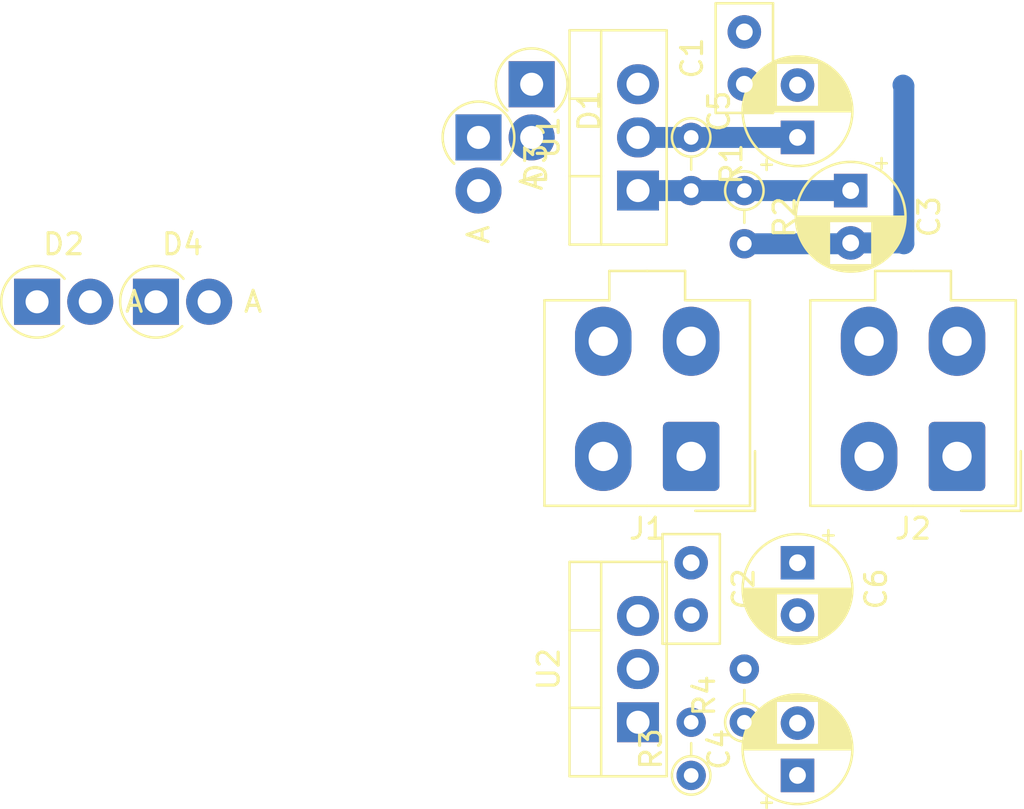
<source format=kicad_pcb>
(kicad_pcb (version 20171130) (host pcbnew "(5.0.2)-1")

  (general
    (thickness 1.6)
    (drawings 0)
    (tracks 11)
    (zones 0)
    (modules 18)
    (nets 8)
  )

  (page A4)
  (layers
    (0 F.Cu signal)
    (31 B.Cu signal)
    (32 B.Adhes user)
    (33 F.Adhes user)
    (34 B.Paste user)
    (35 F.Paste user)
    (36 B.SilkS user)
    (37 F.SilkS user)
    (38 B.Mask user)
    (39 F.Mask user)
    (40 Dwgs.User user)
    (41 Cmts.User user)
    (42 Eco1.User user)
    (43 Eco2.User user)
    (44 Edge.Cuts user)
    (45 Margin user)
    (46 B.CrtYd user)
    (47 F.CrtYd user)
    (48 B.Fab user)
    (49 F.Fab user)
  )

  (setup
    (last_trace_width 1)
    (trace_clearance 0.2)
    (zone_clearance 0.508)
    (zone_45_only no)
    (trace_min 0.2)
    (segment_width 0.2)
    (edge_width 0.15)
    (via_size 0.8)
    (via_drill 0.4)
    (via_min_size 0.4)
    (via_min_drill 0.3)
    (uvia_size 0.3)
    (uvia_drill 0.1)
    (uvias_allowed no)
    (uvia_min_size 0.2)
    (uvia_min_drill 0.1)
    (pcb_text_width 0.3)
    (pcb_text_size 1.5 1.5)
    (mod_edge_width 0.15)
    (mod_text_size 1 1)
    (mod_text_width 0.15)
    (pad_size 1.524 1.524)
    (pad_drill 0.762)
    (pad_to_mask_clearance 0.051)
    (solder_mask_min_width 0.25)
    (aux_axis_origin 0 0)
    (visible_elements 7FFFFFFF)
    (pcbplotparams
      (layerselection 0x010fc_ffffffff)
      (usegerberextensions false)
      (usegerberattributes false)
      (usegerberadvancedattributes false)
      (creategerberjobfile false)
      (excludeedgelayer true)
      (linewidth 0.100000)
      (plotframeref false)
      (viasonmask false)
      (mode 1)
      (useauxorigin false)
      (hpglpennumber 1)
      (hpglpenspeed 20)
      (hpglpendiameter 15.000000)
      (psnegative false)
      (psa4output false)
      (plotreference true)
      (plotvalue true)
      (plotinvisibletext false)
      (padsonsilk false)
      (subtractmaskfromsilk false)
      (outputformat 1)
      (mirror false)
      (drillshape 1)
      (scaleselection 1)
      (outputdirectory ""))
  )

  (net 0 "")
  (net 1 GND)
  (net 2 "Net-(C3-Pad1)")
  (net 3 "Net-(C4-Pad2)")
  (net 4 /Vdd-IN)
  (net 5 /Vss-IN)
  (net 6 /Vdd-OUT)
  (net 7 /Vss-OUT)

  (net_class Default "This is the default net class."
    (clearance 0.2)
    (trace_width 1)
    (via_dia 0.8)
    (via_drill 0.4)
    (uvia_dia 0.3)
    (uvia_drill 0.1)
    (add_net /Vdd-IN)
    (add_net /Vdd-OUT)
    (add_net /Vss-IN)
    (add_net /Vss-OUT)
    (add_net GND)
    (add_net "Net-(C3-Pad1)")
    (add_net "Net-(C4-Pad2)")
  )

  (module Capacitor_THT:C_Disc_D5.0mm_W2.5mm_P2.50mm (layer F.Cu) (tedit 5AE50EF0) (tstamp 5D18521A)
    (at 114.3 40.64 90)
    (descr "C, Disc series, Radial, pin pitch=2.50mm, , diameter*width=5*2.5mm^2, Capacitor, http://cdn-reichelt.de/documents/datenblatt/B300/DS_KERKO_TC.pdf")
    (tags "C Disc series Radial pin pitch 2.50mm  diameter 5mm width 2.5mm Capacitor")
    (path /5D0147B6)
    (fp_text reference C1 (at 1.25 -2.5 90) (layer F.SilkS)
      (effects (font (size 1 1) (thickness 0.15)))
    )
    (fp_text value 1u (at 1.25 2.5 90) (layer F.Fab)
      (effects (font (size 1 1) (thickness 0.15)))
    )
    (fp_line (start -1.25 -1.25) (end -1.25 1.25) (layer F.Fab) (width 0.1))
    (fp_line (start -1.25 1.25) (end 3.75 1.25) (layer F.Fab) (width 0.1))
    (fp_line (start 3.75 1.25) (end 3.75 -1.25) (layer F.Fab) (width 0.1))
    (fp_line (start 3.75 -1.25) (end -1.25 -1.25) (layer F.Fab) (width 0.1))
    (fp_line (start -1.37 -1.37) (end 3.87 -1.37) (layer F.SilkS) (width 0.12))
    (fp_line (start -1.37 1.37) (end 3.87 1.37) (layer F.SilkS) (width 0.12))
    (fp_line (start -1.37 -1.37) (end -1.37 1.37) (layer F.SilkS) (width 0.12))
    (fp_line (start 3.87 -1.37) (end 3.87 1.37) (layer F.SilkS) (width 0.12))
    (fp_line (start -1.5 -1.5) (end -1.5 1.5) (layer F.CrtYd) (width 0.05))
    (fp_line (start -1.5 1.5) (end 4 1.5) (layer F.CrtYd) (width 0.05))
    (fp_line (start 4 1.5) (end 4 -1.5) (layer F.CrtYd) (width 0.05))
    (fp_line (start 4 -1.5) (end -1.5 -1.5) (layer F.CrtYd) (width 0.05))
    (fp_text user %R (at 1.25 0 90) (layer F.Fab)
      (effects (font (size 1 1) (thickness 0.15)))
    )
    (pad 1 thru_hole circle (at 0 0 90) (size 1.6 1.6) (drill 0.8) (layers *.Cu *.Mask)
      (net 4 /Vdd-IN))
    (pad 2 thru_hole circle (at 2.5 0 90) (size 1.6 1.6) (drill 0.8) (layers *.Cu *.Mask)
      (net 1 GND))
    (model ${KISYS3DMOD}/Capacitor_THT.3dshapes/C_Disc_D5.0mm_W2.5mm_P2.50mm.wrl
      (at (xyz 0 0 0))
      (scale (xyz 1 1 1))
      (rotate (xyz 0 0 0))
    )
  )

  (module Capacitor_THT:C_Disc_D5.0mm_W2.5mm_P2.50mm (layer F.Cu) (tedit 5AE50EF0) (tstamp 5D0E2776)
    (at 111.76 63.5 270)
    (descr "C, Disc series, Radial, pin pitch=2.50mm, , diameter*width=5*2.5mm^2, Capacitor, http://cdn-reichelt.de/documents/datenblatt/B300/DS_KERKO_TC.pdf")
    (tags "C Disc series Radial pin pitch 2.50mm  diameter 5mm width 2.5mm Capacitor")
    (path /5D016757)
    (fp_text reference C2 (at 1.25 -2.5 270) (layer F.SilkS)
      (effects (font (size 1 1) (thickness 0.15)))
    )
    (fp_text value 1u (at 1.25 2.5 270) (layer F.Fab)
      (effects (font (size 1 1) (thickness 0.15)))
    )
    (fp_text user %R (at 1.25 0 270) (layer F.Fab)
      (effects (font (size 1 1) (thickness 0.15)))
    )
    (fp_line (start 4 -1.5) (end -1.5 -1.5) (layer F.CrtYd) (width 0.05))
    (fp_line (start 4 1.5) (end 4 -1.5) (layer F.CrtYd) (width 0.05))
    (fp_line (start -1.5 1.5) (end 4 1.5) (layer F.CrtYd) (width 0.05))
    (fp_line (start -1.5 -1.5) (end -1.5 1.5) (layer F.CrtYd) (width 0.05))
    (fp_line (start 3.87 -1.37) (end 3.87 1.37) (layer F.SilkS) (width 0.12))
    (fp_line (start -1.37 -1.37) (end -1.37 1.37) (layer F.SilkS) (width 0.12))
    (fp_line (start -1.37 1.37) (end 3.87 1.37) (layer F.SilkS) (width 0.12))
    (fp_line (start -1.37 -1.37) (end 3.87 -1.37) (layer F.SilkS) (width 0.12))
    (fp_line (start 3.75 -1.25) (end -1.25 -1.25) (layer F.Fab) (width 0.1))
    (fp_line (start 3.75 1.25) (end 3.75 -1.25) (layer F.Fab) (width 0.1))
    (fp_line (start -1.25 1.25) (end 3.75 1.25) (layer F.Fab) (width 0.1))
    (fp_line (start -1.25 -1.25) (end -1.25 1.25) (layer F.Fab) (width 0.1))
    (pad 2 thru_hole circle (at 2.5 0 270) (size 1.6 1.6) (drill 0.8) (layers *.Cu *.Mask)
      (net 5 /Vss-IN))
    (pad 1 thru_hole circle (at 0 0 270) (size 1.6 1.6) (drill 0.8) (layers *.Cu *.Mask)
      (net 1 GND))
    (model ${KISYS3DMOD}/Capacitor_THT.3dshapes/C_Disc_D5.0mm_W2.5mm_P2.50mm.wrl
      (at (xyz 0 0 0))
      (scale (xyz 1 1 1))
      (rotate (xyz 0 0 0))
    )
  )

  (module Capacitor_THT:CP_Radial_D5.0mm_P2.50mm (layer F.Cu) (tedit 5AE50EF0) (tstamp 5D0E4641)
    (at 119.38 45.72 270)
    (descr "CP, Radial series, Radial, pin pitch=2.50mm, , diameter=5mm, Electrolytic Capacitor")
    (tags "CP Radial series Radial pin pitch 2.50mm  diameter 5mm Electrolytic Capacitor")
    (path /5D014129)
    (fp_text reference C3 (at 1.25 -3.75 270) (layer F.SilkS)
      (effects (font (size 1 1) (thickness 0.15)))
    )
    (fp_text value 10u (at 1.25 3.75 270) (layer F.Fab)
      (effects (font (size 1 1) (thickness 0.15)))
    )
    (fp_circle (center 1.25 0) (end 3.75 0) (layer F.Fab) (width 0.1))
    (fp_circle (center 1.25 0) (end 3.87 0) (layer F.SilkS) (width 0.12))
    (fp_circle (center 1.25 0) (end 4 0) (layer F.CrtYd) (width 0.05))
    (fp_line (start -0.883605 -1.0875) (end -0.383605 -1.0875) (layer F.Fab) (width 0.1))
    (fp_line (start -0.633605 -1.3375) (end -0.633605 -0.8375) (layer F.Fab) (width 0.1))
    (fp_line (start 1.25 -2.58) (end 1.25 2.58) (layer F.SilkS) (width 0.12))
    (fp_line (start 1.29 -2.58) (end 1.29 2.58) (layer F.SilkS) (width 0.12))
    (fp_line (start 1.33 -2.579) (end 1.33 2.579) (layer F.SilkS) (width 0.12))
    (fp_line (start 1.37 -2.578) (end 1.37 2.578) (layer F.SilkS) (width 0.12))
    (fp_line (start 1.41 -2.576) (end 1.41 2.576) (layer F.SilkS) (width 0.12))
    (fp_line (start 1.45 -2.573) (end 1.45 2.573) (layer F.SilkS) (width 0.12))
    (fp_line (start 1.49 -2.569) (end 1.49 -1.04) (layer F.SilkS) (width 0.12))
    (fp_line (start 1.49 1.04) (end 1.49 2.569) (layer F.SilkS) (width 0.12))
    (fp_line (start 1.53 -2.565) (end 1.53 -1.04) (layer F.SilkS) (width 0.12))
    (fp_line (start 1.53 1.04) (end 1.53 2.565) (layer F.SilkS) (width 0.12))
    (fp_line (start 1.57 -2.561) (end 1.57 -1.04) (layer F.SilkS) (width 0.12))
    (fp_line (start 1.57 1.04) (end 1.57 2.561) (layer F.SilkS) (width 0.12))
    (fp_line (start 1.61 -2.556) (end 1.61 -1.04) (layer F.SilkS) (width 0.12))
    (fp_line (start 1.61 1.04) (end 1.61 2.556) (layer F.SilkS) (width 0.12))
    (fp_line (start 1.65 -2.55) (end 1.65 -1.04) (layer F.SilkS) (width 0.12))
    (fp_line (start 1.65 1.04) (end 1.65 2.55) (layer F.SilkS) (width 0.12))
    (fp_line (start 1.69 -2.543) (end 1.69 -1.04) (layer F.SilkS) (width 0.12))
    (fp_line (start 1.69 1.04) (end 1.69 2.543) (layer F.SilkS) (width 0.12))
    (fp_line (start 1.73 -2.536) (end 1.73 -1.04) (layer F.SilkS) (width 0.12))
    (fp_line (start 1.73 1.04) (end 1.73 2.536) (layer F.SilkS) (width 0.12))
    (fp_line (start 1.77 -2.528) (end 1.77 -1.04) (layer F.SilkS) (width 0.12))
    (fp_line (start 1.77 1.04) (end 1.77 2.528) (layer F.SilkS) (width 0.12))
    (fp_line (start 1.81 -2.52) (end 1.81 -1.04) (layer F.SilkS) (width 0.12))
    (fp_line (start 1.81 1.04) (end 1.81 2.52) (layer F.SilkS) (width 0.12))
    (fp_line (start 1.85 -2.511) (end 1.85 -1.04) (layer F.SilkS) (width 0.12))
    (fp_line (start 1.85 1.04) (end 1.85 2.511) (layer F.SilkS) (width 0.12))
    (fp_line (start 1.89 -2.501) (end 1.89 -1.04) (layer F.SilkS) (width 0.12))
    (fp_line (start 1.89 1.04) (end 1.89 2.501) (layer F.SilkS) (width 0.12))
    (fp_line (start 1.93 -2.491) (end 1.93 -1.04) (layer F.SilkS) (width 0.12))
    (fp_line (start 1.93 1.04) (end 1.93 2.491) (layer F.SilkS) (width 0.12))
    (fp_line (start 1.971 -2.48) (end 1.971 -1.04) (layer F.SilkS) (width 0.12))
    (fp_line (start 1.971 1.04) (end 1.971 2.48) (layer F.SilkS) (width 0.12))
    (fp_line (start 2.011 -2.468) (end 2.011 -1.04) (layer F.SilkS) (width 0.12))
    (fp_line (start 2.011 1.04) (end 2.011 2.468) (layer F.SilkS) (width 0.12))
    (fp_line (start 2.051 -2.455) (end 2.051 -1.04) (layer F.SilkS) (width 0.12))
    (fp_line (start 2.051 1.04) (end 2.051 2.455) (layer F.SilkS) (width 0.12))
    (fp_line (start 2.091 -2.442) (end 2.091 -1.04) (layer F.SilkS) (width 0.12))
    (fp_line (start 2.091 1.04) (end 2.091 2.442) (layer F.SilkS) (width 0.12))
    (fp_line (start 2.131 -2.428) (end 2.131 -1.04) (layer F.SilkS) (width 0.12))
    (fp_line (start 2.131 1.04) (end 2.131 2.428) (layer F.SilkS) (width 0.12))
    (fp_line (start 2.171 -2.414) (end 2.171 -1.04) (layer F.SilkS) (width 0.12))
    (fp_line (start 2.171 1.04) (end 2.171 2.414) (layer F.SilkS) (width 0.12))
    (fp_line (start 2.211 -2.398) (end 2.211 -1.04) (layer F.SilkS) (width 0.12))
    (fp_line (start 2.211 1.04) (end 2.211 2.398) (layer F.SilkS) (width 0.12))
    (fp_line (start 2.251 -2.382) (end 2.251 -1.04) (layer F.SilkS) (width 0.12))
    (fp_line (start 2.251 1.04) (end 2.251 2.382) (layer F.SilkS) (width 0.12))
    (fp_line (start 2.291 -2.365) (end 2.291 -1.04) (layer F.SilkS) (width 0.12))
    (fp_line (start 2.291 1.04) (end 2.291 2.365) (layer F.SilkS) (width 0.12))
    (fp_line (start 2.331 -2.348) (end 2.331 -1.04) (layer F.SilkS) (width 0.12))
    (fp_line (start 2.331 1.04) (end 2.331 2.348) (layer F.SilkS) (width 0.12))
    (fp_line (start 2.371 -2.329) (end 2.371 -1.04) (layer F.SilkS) (width 0.12))
    (fp_line (start 2.371 1.04) (end 2.371 2.329) (layer F.SilkS) (width 0.12))
    (fp_line (start 2.411 -2.31) (end 2.411 -1.04) (layer F.SilkS) (width 0.12))
    (fp_line (start 2.411 1.04) (end 2.411 2.31) (layer F.SilkS) (width 0.12))
    (fp_line (start 2.451 -2.29) (end 2.451 -1.04) (layer F.SilkS) (width 0.12))
    (fp_line (start 2.451 1.04) (end 2.451 2.29) (layer F.SilkS) (width 0.12))
    (fp_line (start 2.491 -2.268) (end 2.491 -1.04) (layer F.SilkS) (width 0.12))
    (fp_line (start 2.491 1.04) (end 2.491 2.268) (layer F.SilkS) (width 0.12))
    (fp_line (start 2.531 -2.247) (end 2.531 -1.04) (layer F.SilkS) (width 0.12))
    (fp_line (start 2.531 1.04) (end 2.531 2.247) (layer F.SilkS) (width 0.12))
    (fp_line (start 2.571 -2.224) (end 2.571 -1.04) (layer F.SilkS) (width 0.12))
    (fp_line (start 2.571 1.04) (end 2.571 2.224) (layer F.SilkS) (width 0.12))
    (fp_line (start 2.611 -2.2) (end 2.611 -1.04) (layer F.SilkS) (width 0.12))
    (fp_line (start 2.611 1.04) (end 2.611 2.2) (layer F.SilkS) (width 0.12))
    (fp_line (start 2.651 -2.175) (end 2.651 -1.04) (layer F.SilkS) (width 0.12))
    (fp_line (start 2.651 1.04) (end 2.651 2.175) (layer F.SilkS) (width 0.12))
    (fp_line (start 2.691 -2.149) (end 2.691 -1.04) (layer F.SilkS) (width 0.12))
    (fp_line (start 2.691 1.04) (end 2.691 2.149) (layer F.SilkS) (width 0.12))
    (fp_line (start 2.731 -2.122) (end 2.731 -1.04) (layer F.SilkS) (width 0.12))
    (fp_line (start 2.731 1.04) (end 2.731 2.122) (layer F.SilkS) (width 0.12))
    (fp_line (start 2.771 -2.095) (end 2.771 -1.04) (layer F.SilkS) (width 0.12))
    (fp_line (start 2.771 1.04) (end 2.771 2.095) (layer F.SilkS) (width 0.12))
    (fp_line (start 2.811 -2.065) (end 2.811 -1.04) (layer F.SilkS) (width 0.12))
    (fp_line (start 2.811 1.04) (end 2.811 2.065) (layer F.SilkS) (width 0.12))
    (fp_line (start 2.851 -2.035) (end 2.851 -1.04) (layer F.SilkS) (width 0.12))
    (fp_line (start 2.851 1.04) (end 2.851 2.035) (layer F.SilkS) (width 0.12))
    (fp_line (start 2.891 -2.004) (end 2.891 -1.04) (layer F.SilkS) (width 0.12))
    (fp_line (start 2.891 1.04) (end 2.891 2.004) (layer F.SilkS) (width 0.12))
    (fp_line (start 2.931 -1.971) (end 2.931 -1.04) (layer F.SilkS) (width 0.12))
    (fp_line (start 2.931 1.04) (end 2.931 1.971) (layer F.SilkS) (width 0.12))
    (fp_line (start 2.971 -1.937) (end 2.971 -1.04) (layer F.SilkS) (width 0.12))
    (fp_line (start 2.971 1.04) (end 2.971 1.937) (layer F.SilkS) (width 0.12))
    (fp_line (start 3.011 -1.901) (end 3.011 -1.04) (layer F.SilkS) (width 0.12))
    (fp_line (start 3.011 1.04) (end 3.011 1.901) (layer F.SilkS) (width 0.12))
    (fp_line (start 3.051 -1.864) (end 3.051 -1.04) (layer F.SilkS) (width 0.12))
    (fp_line (start 3.051 1.04) (end 3.051 1.864) (layer F.SilkS) (width 0.12))
    (fp_line (start 3.091 -1.826) (end 3.091 -1.04) (layer F.SilkS) (width 0.12))
    (fp_line (start 3.091 1.04) (end 3.091 1.826) (layer F.SilkS) (width 0.12))
    (fp_line (start 3.131 -1.785) (end 3.131 -1.04) (layer F.SilkS) (width 0.12))
    (fp_line (start 3.131 1.04) (end 3.131 1.785) (layer F.SilkS) (width 0.12))
    (fp_line (start 3.171 -1.743) (end 3.171 -1.04) (layer F.SilkS) (width 0.12))
    (fp_line (start 3.171 1.04) (end 3.171 1.743) (layer F.SilkS) (width 0.12))
    (fp_line (start 3.211 -1.699) (end 3.211 -1.04) (layer F.SilkS) (width 0.12))
    (fp_line (start 3.211 1.04) (end 3.211 1.699) (layer F.SilkS) (width 0.12))
    (fp_line (start 3.251 -1.653) (end 3.251 -1.04) (layer F.SilkS) (width 0.12))
    (fp_line (start 3.251 1.04) (end 3.251 1.653) (layer F.SilkS) (width 0.12))
    (fp_line (start 3.291 -1.605) (end 3.291 -1.04) (layer F.SilkS) (width 0.12))
    (fp_line (start 3.291 1.04) (end 3.291 1.605) (layer F.SilkS) (width 0.12))
    (fp_line (start 3.331 -1.554) (end 3.331 -1.04) (layer F.SilkS) (width 0.12))
    (fp_line (start 3.331 1.04) (end 3.331 1.554) (layer F.SilkS) (width 0.12))
    (fp_line (start 3.371 -1.5) (end 3.371 -1.04) (layer F.SilkS) (width 0.12))
    (fp_line (start 3.371 1.04) (end 3.371 1.5) (layer F.SilkS) (width 0.12))
    (fp_line (start 3.411 -1.443) (end 3.411 -1.04) (layer F.SilkS) (width 0.12))
    (fp_line (start 3.411 1.04) (end 3.411 1.443) (layer F.SilkS) (width 0.12))
    (fp_line (start 3.451 -1.383) (end 3.451 -1.04) (layer F.SilkS) (width 0.12))
    (fp_line (start 3.451 1.04) (end 3.451 1.383) (layer F.SilkS) (width 0.12))
    (fp_line (start 3.491 -1.319) (end 3.491 -1.04) (layer F.SilkS) (width 0.12))
    (fp_line (start 3.491 1.04) (end 3.491 1.319) (layer F.SilkS) (width 0.12))
    (fp_line (start 3.531 -1.251) (end 3.531 -1.04) (layer F.SilkS) (width 0.12))
    (fp_line (start 3.531 1.04) (end 3.531 1.251) (layer F.SilkS) (width 0.12))
    (fp_line (start 3.571 -1.178) (end 3.571 1.178) (layer F.SilkS) (width 0.12))
    (fp_line (start 3.611 -1.098) (end 3.611 1.098) (layer F.SilkS) (width 0.12))
    (fp_line (start 3.651 -1.011) (end 3.651 1.011) (layer F.SilkS) (width 0.12))
    (fp_line (start 3.691 -0.915) (end 3.691 0.915) (layer F.SilkS) (width 0.12))
    (fp_line (start 3.731 -0.805) (end 3.731 0.805) (layer F.SilkS) (width 0.12))
    (fp_line (start 3.771 -0.677) (end 3.771 0.677) (layer F.SilkS) (width 0.12))
    (fp_line (start 3.811 -0.518) (end 3.811 0.518) (layer F.SilkS) (width 0.12))
    (fp_line (start 3.851 -0.284) (end 3.851 0.284) (layer F.SilkS) (width 0.12))
    (fp_line (start -1.554775 -1.475) (end -1.054775 -1.475) (layer F.SilkS) (width 0.12))
    (fp_line (start -1.304775 -1.725) (end -1.304775 -1.225) (layer F.SilkS) (width 0.12))
    (fp_text user %R (at 1.25 0 270) (layer F.Fab)
      (effects (font (size 1 1) (thickness 0.15)))
    )
    (pad 1 thru_hole rect (at 0 0 270) (size 1.6 1.6) (drill 0.8) (layers *.Cu *.Mask)
      (net 2 "Net-(C3-Pad1)"))
    (pad 2 thru_hole circle (at 2.5 0 270) (size 1.6 1.6) (drill 0.8) (layers *.Cu *.Mask)
      (net 1 GND))
    (model ${KISYS3DMOD}/Capacitor_THT.3dshapes/CP_Radial_D5.0mm_P2.50mm.wrl
      (at (xyz 0 0 0))
      (scale (xyz 1 1 1))
      (rotate (xyz 0 0 0))
    )
  )

  (module Capacitor_THT:CP_Radial_D5.0mm_P2.50mm (layer F.Cu) (tedit 5AE50EF0) (tstamp 5D0E2460)
    (at 116.84 73.66 90)
    (descr "CP, Radial series, Radial, pin pitch=2.50mm, , diameter=5mm, Electrolytic Capacitor")
    (tags "CP Radial series Radial pin pitch 2.50mm  diameter 5mm Electrolytic Capacitor")
    (path /5D014CA8)
    (fp_text reference C4 (at 1.25 -3.75 90) (layer F.SilkS)
      (effects (font (size 1 1) (thickness 0.15)))
    )
    (fp_text value 10u (at 1.25 3.75 90) (layer F.Fab)
      (effects (font (size 1 1) (thickness 0.15)))
    )
    (fp_circle (center 1.25 0) (end 3.75 0) (layer F.Fab) (width 0.1))
    (fp_circle (center 1.25 0) (end 3.87 0) (layer F.SilkS) (width 0.12))
    (fp_circle (center 1.25 0) (end 4 0) (layer F.CrtYd) (width 0.05))
    (fp_line (start -0.883605 -1.0875) (end -0.383605 -1.0875) (layer F.Fab) (width 0.1))
    (fp_line (start -0.633605 -1.3375) (end -0.633605 -0.8375) (layer F.Fab) (width 0.1))
    (fp_line (start 1.25 -2.58) (end 1.25 2.58) (layer F.SilkS) (width 0.12))
    (fp_line (start 1.29 -2.58) (end 1.29 2.58) (layer F.SilkS) (width 0.12))
    (fp_line (start 1.33 -2.579) (end 1.33 2.579) (layer F.SilkS) (width 0.12))
    (fp_line (start 1.37 -2.578) (end 1.37 2.578) (layer F.SilkS) (width 0.12))
    (fp_line (start 1.41 -2.576) (end 1.41 2.576) (layer F.SilkS) (width 0.12))
    (fp_line (start 1.45 -2.573) (end 1.45 2.573) (layer F.SilkS) (width 0.12))
    (fp_line (start 1.49 -2.569) (end 1.49 -1.04) (layer F.SilkS) (width 0.12))
    (fp_line (start 1.49 1.04) (end 1.49 2.569) (layer F.SilkS) (width 0.12))
    (fp_line (start 1.53 -2.565) (end 1.53 -1.04) (layer F.SilkS) (width 0.12))
    (fp_line (start 1.53 1.04) (end 1.53 2.565) (layer F.SilkS) (width 0.12))
    (fp_line (start 1.57 -2.561) (end 1.57 -1.04) (layer F.SilkS) (width 0.12))
    (fp_line (start 1.57 1.04) (end 1.57 2.561) (layer F.SilkS) (width 0.12))
    (fp_line (start 1.61 -2.556) (end 1.61 -1.04) (layer F.SilkS) (width 0.12))
    (fp_line (start 1.61 1.04) (end 1.61 2.556) (layer F.SilkS) (width 0.12))
    (fp_line (start 1.65 -2.55) (end 1.65 -1.04) (layer F.SilkS) (width 0.12))
    (fp_line (start 1.65 1.04) (end 1.65 2.55) (layer F.SilkS) (width 0.12))
    (fp_line (start 1.69 -2.543) (end 1.69 -1.04) (layer F.SilkS) (width 0.12))
    (fp_line (start 1.69 1.04) (end 1.69 2.543) (layer F.SilkS) (width 0.12))
    (fp_line (start 1.73 -2.536) (end 1.73 -1.04) (layer F.SilkS) (width 0.12))
    (fp_line (start 1.73 1.04) (end 1.73 2.536) (layer F.SilkS) (width 0.12))
    (fp_line (start 1.77 -2.528) (end 1.77 -1.04) (layer F.SilkS) (width 0.12))
    (fp_line (start 1.77 1.04) (end 1.77 2.528) (layer F.SilkS) (width 0.12))
    (fp_line (start 1.81 -2.52) (end 1.81 -1.04) (layer F.SilkS) (width 0.12))
    (fp_line (start 1.81 1.04) (end 1.81 2.52) (layer F.SilkS) (width 0.12))
    (fp_line (start 1.85 -2.511) (end 1.85 -1.04) (layer F.SilkS) (width 0.12))
    (fp_line (start 1.85 1.04) (end 1.85 2.511) (layer F.SilkS) (width 0.12))
    (fp_line (start 1.89 -2.501) (end 1.89 -1.04) (layer F.SilkS) (width 0.12))
    (fp_line (start 1.89 1.04) (end 1.89 2.501) (layer F.SilkS) (width 0.12))
    (fp_line (start 1.93 -2.491) (end 1.93 -1.04) (layer F.SilkS) (width 0.12))
    (fp_line (start 1.93 1.04) (end 1.93 2.491) (layer F.SilkS) (width 0.12))
    (fp_line (start 1.971 -2.48) (end 1.971 -1.04) (layer F.SilkS) (width 0.12))
    (fp_line (start 1.971 1.04) (end 1.971 2.48) (layer F.SilkS) (width 0.12))
    (fp_line (start 2.011 -2.468) (end 2.011 -1.04) (layer F.SilkS) (width 0.12))
    (fp_line (start 2.011 1.04) (end 2.011 2.468) (layer F.SilkS) (width 0.12))
    (fp_line (start 2.051 -2.455) (end 2.051 -1.04) (layer F.SilkS) (width 0.12))
    (fp_line (start 2.051 1.04) (end 2.051 2.455) (layer F.SilkS) (width 0.12))
    (fp_line (start 2.091 -2.442) (end 2.091 -1.04) (layer F.SilkS) (width 0.12))
    (fp_line (start 2.091 1.04) (end 2.091 2.442) (layer F.SilkS) (width 0.12))
    (fp_line (start 2.131 -2.428) (end 2.131 -1.04) (layer F.SilkS) (width 0.12))
    (fp_line (start 2.131 1.04) (end 2.131 2.428) (layer F.SilkS) (width 0.12))
    (fp_line (start 2.171 -2.414) (end 2.171 -1.04) (layer F.SilkS) (width 0.12))
    (fp_line (start 2.171 1.04) (end 2.171 2.414) (layer F.SilkS) (width 0.12))
    (fp_line (start 2.211 -2.398) (end 2.211 -1.04) (layer F.SilkS) (width 0.12))
    (fp_line (start 2.211 1.04) (end 2.211 2.398) (layer F.SilkS) (width 0.12))
    (fp_line (start 2.251 -2.382) (end 2.251 -1.04) (layer F.SilkS) (width 0.12))
    (fp_line (start 2.251 1.04) (end 2.251 2.382) (layer F.SilkS) (width 0.12))
    (fp_line (start 2.291 -2.365) (end 2.291 -1.04) (layer F.SilkS) (width 0.12))
    (fp_line (start 2.291 1.04) (end 2.291 2.365) (layer F.SilkS) (width 0.12))
    (fp_line (start 2.331 -2.348) (end 2.331 -1.04) (layer F.SilkS) (width 0.12))
    (fp_line (start 2.331 1.04) (end 2.331 2.348) (layer F.SilkS) (width 0.12))
    (fp_line (start 2.371 -2.329) (end 2.371 -1.04) (layer F.SilkS) (width 0.12))
    (fp_line (start 2.371 1.04) (end 2.371 2.329) (layer F.SilkS) (width 0.12))
    (fp_line (start 2.411 -2.31) (end 2.411 -1.04) (layer F.SilkS) (width 0.12))
    (fp_line (start 2.411 1.04) (end 2.411 2.31) (layer F.SilkS) (width 0.12))
    (fp_line (start 2.451 -2.29) (end 2.451 -1.04) (layer F.SilkS) (width 0.12))
    (fp_line (start 2.451 1.04) (end 2.451 2.29) (layer F.SilkS) (width 0.12))
    (fp_line (start 2.491 -2.268) (end 2.491 -1.04) (layer F.SilkS) (width 0.12))
    (fp_line (start 2.491 1.04) (end 2.491 2.268) (layer F.SilkS) (width 0.12))
    (fp_line (start 2.531 -2.247) (end 2.531 -1.04) (layer F.SilkS) (width 0.12))
    (fp_line (start 2.531 1.04) (end 2.531 2.247) (layer F.SilkS) (width 0.12))
    (fp_line (start 2.571 -2.224) (end 2.571 -1.04) (layer F.SilkS) (width 0.12))
    (fp_line (start 2.571 1.04) (end 2.571 2.224) (layer F.SilkS) (width 0.12))
    (fp_line (start 2.611 -2.2) (end 2.611 -1.04) (layer F.SilkS) (width 0.12))
    (fp_line (start 2.611 1.04) (end 2.611 2.2) (layer F.SilkS) (width 0.12))
    (fp_line (start 2.651 -2.175) (end 2.651 -1.04) (layer F.SilkS) (width 0.12))
    (fp_line (start 2.651 1.04) (end 2.651 2.175) (layer F.SilkS) (width 0.12))
    (fp_line (start 2.691 -2.149) (end 2.691 -1.04) (layer F.SilkS) (width 0.12))
    (fp_line (start 2.691 1.04) (end 2.691 2.149) (layer F.SilkS) (width 0.12))
    (fp_line (start 2.731 -2.122) (end 2.731 -1.04) (layer F.SilkS) (width 0.12))
    (fp_line (start 2.731 1.04) (end 2.731 2.122) (layer F.SilkS) (width 0.12))
    (fp_line (start 2.771 -2.095) (end 2.771 -1.04) (layer F.SilkS) (width 0.12))
    (fp_line (start 2.771 1.04) (end 2.771 2.095) (layer F.SilkS) (width 0.12))
    (fp_line (start 2.811 -2.065) (end 2.811 -1.04) (layer F.SilkS) (width 0.12))
    (fp_line (start 2.811 1.04) (end 2.811 2.065) (layer F.SilkS) (width 0.12))
    (fp_line (start 2.851 -2.035) (end 2.851 -1.04) (layer F.SilkS) (width 0.12))
    (fp_line (start 2.851 1.04) (end 2.851 2.035) (layer F.SilkS) (width 0.12))
    (fp_line (start 2.891 -2.004) (end 2.891 -1.04) (layer F.SilkS) (width 0.12))
    (fp_line (start 2.891 1.04) (end 2.891 2.004) (layer F.SilkS) (width 0.12))
    (fp_line (start 2.931 -1.971) (end 2.931 -1.04) (layer F.SilkS) (width 0.12))
    (fp_line (start 2.931 1.04) (end 2.931 1.971) (layer F.SilkS) (width 0.12))
    (fp_line (start 2.971 -1.937) (end 2.971 -1.04) (layer F.SilkS) (width 0.12))
    (fp_line (start 2.971 1.04) (end 2.971 1.937) (layer F.SilkS) (width 0.12))
    (fp_line (start 3.011 -1.901) (end 3.011 -1.04) (layer F.SilkS) (width 0.12))
    (fp_line (start 3.011 1.04) (end 3.011 1.901) (layer F.SilkS) (width 0.12))
    (fp_line (start 3.051 -1.864) (end 3.051 -1.04) (layer F.SilkS) (width 0.12))
    (fp_line (start 3.051 1.04) (end 3.051 1.864) (layer F.SilkS) (width 0.12))
    (fp_line (start 3.091 -1.826) (end 3.091 -1.04) (layer F.SilkS) (width 0.12))
    (fp_line (start 3.091 1.04) (end 3.091 1.826) (layer F.SilkS) (width 0.12))
    (fp_line (start 3.131 -1.785) (end 3.131 -1.04) (layer F.SilkS) (width 0.12))
    (fp_line (start 3.131 1.04) (end 3.131 1.785) (layer F.SilkS) (width 0.12))
    (fp_line (start 3.171 -1.743) (end 3.171 -1.04) (layer F.SilkS) (width 0.12))
    (fp_line (start 3.171 1.04) (end 3.171 1.743) (layer F.SilkS) (width 0.12))
    (fp_line (start 3.211 -1.699) (end 3.211 -1.04) (layer F.SilkS) (width 0.12))
    (fp_line (start 3.211 1.04) (end 3.211 1.699) (layer F.SilkS) (width 0.12))
    (fp_line (start 3.251 -1.653) (end 3.251 -1.04) (layer F.SilkS) (width 0.12))
    (fp_line (start 3.251 1.04) (end 3.251 1.653) (layer F.SilkS) (width 0.12))
    (fp_line (start 3.291 -1.605) (end 3.291 -1.04) (layer F.SilkS) (width 0.12))
    (fp_line (start 3.291 1.04) (end 3.291 1.605) (layer F.SilkS) (width 0.12))
    (fp_line (start 3.331 -1.554) (end 3.331 -1.04) (layer F.SilkS) (width 0.12))
    (fp_line (start 3.331 1.04) (end 3.331 1.554) (layer F.SilkS) (width 0.12))
    (fp_line (start 3.371 -1.5) (end 3.371 -1.04) (layer F.SilkS) (width 0.12))
    (fp_line (start 3.371 1.04) (end 3.371 1.5) (layer F.SilkS) (width 0.12))
    (fp_line (start 3.411 -1.443) (end 3.411 -1.04) (layer F.SilkS) (width 0.12))
    (fp_line (start 3.411 1.04) (end 3.411 1.443) (layer F.SilkS) (width 0.12))
    (fp_line (start 3.451 -1.383) (end 3.451 -1.04) (layer F.SilkS) (width 0.12))
    (fp_line (start 3.451 1.04) (end 3.451 1.383) (layer F.SilkS) (width 0.12))
    (fp_line (start 3.491 -1.319) (end 3.491 -1.04) (layer F.SilkS) (width 0.12))
    (fp_line (start 3.491 1.04) (end 3.491 1.319) (layer F.SilkS) (width 0.12))
    (fp_line (start 3.531 -1.251) (end 3.531 -1.04) (layer F.SilkS) (width 0.12))
    (fp_line (start 3.531 1.04) (end 3.531 1.251) (layer F.SilkS) (width 0.12))
    (fp_line (start 3.571 -1.178) (end 3.571 1.178) (layer F.SilkS) (width 0.12))
    (fp_line (start 3.611 -1.098) (end 3.611 1.098) (layer F.SilkS) (width 0.12))
    (fp_line (start 3.651 -1.011) (end 3.651 1.011) (layer F.SilkS) (width 0.12))
    (fp_line (start 3.691 -0.915) (end 3.691 0.915) (layer F.SilkS) (width 0.12))
    (fp_line (start 3.731 -0.805) (end 3.731 0.805) (layer F.SilkS) (width 0.12))
    (fp_line (start 3.771 -0.677) (end 3.771 0.677) (layer F.SilkS) (width 0.12))
    (fp_line (start 3.811 -0.518) (end 3.811 0.518) (layer F.SilkS) (width 0.12))
    (fp_line (start 3.851 -0.284) (end 3.851 0.284) (layer F.SilkS) (width 0.12))
    (fp_line (start -1.554775 -1.475) (end -1.054775 -1.475) (layer F.SilkS) (width 0.12))
    (fp_line (start -1.304775 -1.725) (end -1.304775 -1.225) (layer F.SilkS) (width 0.12))
    (fp_text user %R (at 1.25 0 90) (layer F.Fab)
      (effects (font (size 1 1) (thickness 0.15)))
    )
    (pad 1 thru_hole rect (at 0 0 90) (size 1.6 1.6) (drill 0.8) (layers *.Cu *.Mask)
      (net 1 GND))
    (pad 2 thru_hole circle (at 2.5 0 90) (size 1.6 1.6) (drill 0.8) (layers *.Cu *.Mask)
      (net 3 "Net-(C4-Pad2)"))
    (model ${KISYS3DMOD}/Capacitor_THT.3dshapes/CP_Radial_D5.0mm_P2.50mm.wrl
      (at (xyz 0 0 0))
      (scale (xyz 1 1 1))
      (rotate (xyz 0 0 0))
    )
  )

  (module Capacitor_THT:CP_Radial_D5.0mm_P2.50mm (layer F.Cu) (tedit 5AE50EF0) (tstamp 5D0E4434)
    (at 116.84 43.18 90)
    (descr "CP, Radial series, Radial, pin pitch=2.50mm, , diameter=5mm, Electrolytic Capacitor")
    (tags "CP Radial series Radial pin pitch 2.50mm  diameter 5mm Electrolytic Capacitor")
    (path /5D014185)
    (fp_text reference C5 (at 1.25 -3.75 90) (layer F.SilkS)
      (effects (font (size 1 1) (thickness 0.15)))
    )
    (fp_text value 25u (at 1.25 3.75 90) (layer F.Fab)
      (effects (font (size 1 1) (thickness 0.15)))
    )
    (fp_text user %R (at 1.25 0 90) (layer F.Fab)
      (effects (font (size 1 1) (thickness 0.15)))
    )
    (fp_line (start -1.304775 -1.725) (end -1.304775 -1.225) (layer F.SilkS) (width 0.12))
    (fp_line (start -1.554775 -1.475) (end -1.054775 -1.475) (layer F.SilkS) (width 0.12))
    (fp_line (start 3.851 -0.284) (end 3.851 0.284) (layer F.SilkS) (width 0.12))
    (fp_line (start 3.811 -0.518) (end 3.811 0.518) (layer F.SilkS) (width 0.12))
    (fp_line (start 3.771 -0.677) (end 3.771 0.677) (layer F.SilkS) (width 0.12))
    (fp_line (start 3.731 -0.805) (end 3.731 0.805) (layer F.SilkS) (width 0.12))
    (fp_line (start 3.691 -0.915) (end 3.691 0.915) (layer F.SilkS) (width 0.12))
    (fp_line (start 3.651 -1.011) (end 3.651 1.011) (layer F.SilkS) (width 0.12))
    (fp_line (start 3.611 -1.098) (end 3.611 1.098) (layer F.SilkS) (width 0.12))
    (fp_line (start 3.571 -1.178) (end 3.571 1.178) (layer F.SilkS) (width 0.12))
    (fp_line (start 3.531 1.04) (end 3.531 1.251) (layer F.SilkS) (width 0.12))
    (fp_line (start 3.531 -1.251) (end 3.531 -1.04) (layer F.SilkS) (width 0.12))
    (fp_line (start 3.491 1.04) (end 3.491 1.319) (layer F.SilkS) (width 0.12))
    (fp_line (start 3.491 -1.319) (end 3.491 -1.04) (layer F.SilkS) (width 0.12))
    (fp_line (start 3.451 1.04) (end 3.451 1.383) (layer F.SilkS) (width 0.12))
    (fp_line (start 3.451 -1.383) (end 3.451 -1.04) (layer F.SilkS) (width 0.12))
    (fp_line (start 3.411 1.04) (end 3.411 1.443) (layer F.SilkS) (width 0.12))
    (fp_line (start 3.411 -1.443) (end 3.411 -1.04) (layer F.SilkS) (width 0.12))
    (fp_line (start 3.371 1.04) (end 3.371 1.5) (layer F.SilkS) (width 0.12))
    (fp_line (start 3.371 -1.5) (end 3.371 -1.04) (layer F.SilkS) (width 0.12))
    (fp_line (start 3.331 1.04) (end 3.331 1.554) (layer F.SilkS) (width 0.12))
    (fp_line (start 3.331 -1.554) (end 3.331 -1.04) (layer F.SilkS) (width 0.12))
    (fp_line (start 3.291 1.04) (end 3.291 1.605) (layer F.SilkS) (width 0.12))
    (fp_line (start 3.291 -1.605) (end 3.291 -1.04) (layer F.SilkS) (width 0.12))
    (fp_line (start 3.251 1.04) (end 3.251 1.653) (layer F.SilkS) (width 0.12))
    (fp_line (start 3.251 -1.653) (end 3.251 -1.04) (layer F.SilkS) (width 0.12))
    (fp_line (start 3.211 1.04) (end 3.211 1.699) (layer F.SilkS) (width 0.12))
    (fp_line (start 3.211 -1.699) (end 3.211 -1.04) (layer F.SilkS) (width 0.12))
    (fp_line (start 3.171 1.04) (end 3.171 1.743) (layer F.SilkS) (width 0.12))
    (fp_line (start 3.171 -1.743) (end 3.171 -1.04) (layer F.SilkS) (width 0.12))
    (fp_line (start 3.131 1.04) (end 3.131 1.785) (layer F.SilkS) (width 0.12))
    (fp_line (start 3.131 -1.785) (end 3.131 -1.04) (layer F.SilkS) (width 0.12))
    (fp_line (start 3.091 1.04) (end 3.091 1.826) (layer F.SilkS) (width 0.12))
    (fp_line (start 3.091 -1.826) (end 3.091 -1.04) (layer F.SilkS) (width 0.12))
    (fp_line (start 3.051 1.04) (end 3.051 1.864) (layer F.SilkS) (width 0.12))
    (fp_line (start 3.051 -1.864) (end 3.051 -1.04) (layer F.SilkS) (width 0.12))
    (fp_line (start 3.011 1.04) (end 3.011 1.901) (layer F.SilkS) (width 0.12))
    (fp_line (start 3.011 -1.901) (end 3.011 -1.04) (layer F.SilkS) (width 0.12))
    (fp_line (start 2.971 1.04) (end 2.971 1.937) (layer F.SilkS) (width 0.12))
    (fp_line (start 2.971 -1.937) (end 2.971 -1.04) (layer F.SilkS) (width 0.12))
    (fp_line (start 2.931 1.04) (end 2.931 1.971) (layer F.SilkS) (width 0.12))
    (fp_line (start 2.931 -1.971) (end 2.931 -1.04) (layer F.SilkS) (width 0.12))
    (fp_line (start 2.891 1.04) (end 2.891 2.004) (layer F.SilkS) (width 0.12))
    (fp_line (start 2.891 -2.004) (end 2.891 -1.04) (layer F.SilkS) (width 0.12))
    (fp_line (start 2.851 1.04) (end 2.851 2.035) (layer F.SilkS) (width 0.12))
    (fp_line (start 2.851 -2.035) (end 2.851 -1.04) (layer F.SilkS) (width 0.12))
    (fp_line (start 2.811 1.04) (end 2.811 2.065) (layer F.SilkS) (width 0.12))
    (fp_line (start 2.811 -2.065) (end 2.811 -1.04) (layer F.SilkS) (width 0.12))
    (fp_line (start 2.771 1.04) (end 2.771 2.095) (layer F.SilkS) (width 0.12))
    (fp_line (start 2.771 -2.095) (end 2.771 -1.04) (layer F.SilkS) (width 0.12))
    (fp_line (start 2.731 1.04) (end 2.731 2.122) (layer F.SilkS) (width 0.12))
    (fp_line (start 2.731 -2.122) (end 2.731 -1.04) (layer F.SilkS) (width 0.12))
    (fp_line (start 2.691 1.04) (end 2.691 2.149) (layer F.SilkS) (width 0.12))
    (fp_line (start 2.691 -2.149) (end 2.691 -1.04) (layer F.SilkS) (width 0.12))
    (fp_line (start 2.651 1.04) (end 2.651 2.175) (layer F.SilkS) (width 0.12))
    (fp_line (start 2.651 -2.175) (end 2.651 -1.04) (layer F.SilkS) (width 0.12))
    (fp_line (start 2.611 1.04) (end 2.611 2.2) (layer F.SilkS) (width 0.12))
    (fp_line (start 2.611 -2.2) (end 2.611 -1.04) (layer F.SilkS) (width 0.12))
    (fp_line (start 2.571 1.04) (end 2.571 2.224) (layer F.SilkS) (width 0.12))
    (fp_line (start 2.571 -2.224) (end 2.571 -1.04) (layer F.SilkS) (width 0.12))
    (fp_line (start 2.531 1.04) (end 2.531 2.247) (layer F.SilkS) (width 0.12))
    (fp_line (start 2.531 -2.247) (end 2.531 -1.04) (layer F.SilkS) (width 0.12))
    (fp_line (start 2.491 1.04) (end 2.491 2.268) (layer F.SilkS) (width 0.12))
    (fp_line (start 2.491 -2.268) (end 2.491 -1.04) (layer F.SilkS) (width 0.12))
    (fp_line (start 2.451 1.04) (end 2.451 2.29) (layer F.SilkS) (width 0.12))
    (fp_line (start 2.451 -2.29) (end 2.451 -1.04) (layer F.SilkS) (width 0.12))
    (fp_line (start 2.411 1.04) (end 2.411 2.31) (layer F.SilkS) (width 0.12))
    (fp_line (start 2.411 -2.31) (end 2.411 -1.04) (layer F.SilkS) (width 0.12))
    (fp_line (start 2.371 1.04) (end 2.371 2.329) (layer F.SilkS) (width 0.12))
    (fp_line (start 2.371 -2.329) (end 2.371 -1.04) (layer F.SilkS) (width 0.12))
    (fp_line (start 2.331 1.04) (end 2.331 2.348) (layer F.SilkS) (width 0.12))
    (fp_line (start 2.331 -2.348) (end 2.331 -1.04) (layer F.SilkS) (width 0.12))
    (fp_line (start 2.291 1.04) (end 2.291 2.365) (layer F.SilkS) (width 0.12))
    (fp_line (start 2.291 -2.365) (end 2.291 -1.04) (layer F.SilkS) (width 0.12))
    (fp_line (start 2.251 1.04) (end 2.251 2.382) (layer F.SilkS) (width 0.12))
    (fp_line (start 2.251 -2.382) (end 2.251 -1.04) (layer F.SilkS) (width 0.12))
    (fp_line (start 2.211 1.04) (end 2.211 2.398) (layer F.SilkS) (width 0.12))
    (fp_line (start 2.211 -2.398) (end 2.211 -1.04) (layer F.SilkS) (width 0.12))
    (fp_line (start 2.171 1.04) (end 2.171 2.414) (layer F.SilkS) (width 0.12))
    (fp_line (start 2.171 -2.414) (end 2.171 -1.04) (layer F.SilkS) (width 0.12))
    (fp_line (start 2.131 1.04) (end 2.131 2.428) (layer F.SilkS) (width 0.12))
    (fp_line (start 2.131 -2.428) (end 2.131 -1.04) (layer F.SilkS) (width 0.12))
    (fp_line (start 2.091 1.04) (end 2.091 2.442) (layer F.SilkS) (width 0.12))
    (fp_line (start 2.091 -2.442) (end 2.091 -1.04) (layer F.SilkS) (width 0.12))
    (fp_line (start 2.051 1.04) (end 2.051 2.455) (layer F.SilkS) (width 0.12))
    (fp_line (start 2.051 -2.455) (end 2.051 -1.04) (layer F.SilkS) (width 0.12))
    (fp_line (start 2.011 1.04) (end 2.011 2.468) (layer F.SilkS) (width 0.12))
    (fp_line (start 2.011 -2.468) (end 2.011 -1.04) (layer F.SilkS) (width 0.12))
    (fp_line (start 1.971 1.04) (end 1.971 2.48) (layer F.SilkS) (width 0.12))
    (fp_line (start 1.971 -2.48) (end 1.971 -1.04) (layer F.SilkS) (width 0.12))
    (fp_line (start 1.93 1.04) (end 1.93 2.491) (layer F.SilkS) (width 0.12))
    (fp_line (start 1.93 -2.491) (end 1.93 -1.04) (layer F.SilkS) (width 0.12))
    (fp_line (start 1.89 1.04) (end 1.89 2.501) (layer F.SilkS) (width 0.12))
    (fp_line (start 1.89 -2.501) (end 1.89 -1.04) (layer F.SilkS) (width 0.12))
    (fp_line (start 1.85 1.04) (end 1.85 2.511) (layer F.SilkS) (width 0.12))
    (fp_line (start 1.85 -2.511) (end 1.85 -1.04) (layer F.SilkS) (width 0.12))
    (fp_line (start 1.81 1.04) (end 1.81 2.52) (layer F.SilkS) (width 0.12))
    (fp_line (start 1.81 -2.52) (end 1.81 -1.04) (layer F.SilkS) (width 0.12))
    (fp_line (start 1.77 1.04) (end 1.77 2.528) (layer F.SilkS) (width 0.12))
    (fp_line (start 1.77 -2.528) (end 1.77 -1.04) (layer F.SilkS) (width 0.12))
    (fp_line (start 1.73 1.04) (end 1.73 2.536) (layer F.SilkS) (width 0.12))
    (fp_line (start 1.73 -2.536) (end 1.73 -1.04) (layer F.SilkS) (width 0.12))
    (fp_line (start 1.69 1.04) (end 1.69 2.543) (layer F.SilkS) (width 0.12))
    (fp_line (start 1.69 -2.543) (end 1.69 -1.04) (layer F.SilkS) (width 0.12))
    (fp_line (start 1.65 1.04) (end 1.65 2.55) (layer F.SilkS) (width 0.12))
    (fp_line (start 1.65 -2.55) (end 1.65 -1.04) (layer F.SilkS) (width 0.12))
    (fp_line (start 1.61 1.04) (end 1.61 2.556) (layer F.SilkS) (width 0.12))
    (fp_line (start 1.61 -2.556) (end 1.61 -1.04) (layer F.SilkS) (width 0.12))
    (fp_line (start 1.57 1.04) (end 1.57 2.561) (layer F.SilkS) (width 0.12))
    (fp_line (start 1.57 -2.561) (end 1.57 -1.04) (layer F.SilkS) (width 0.12))
    (fp_line (start 1.53 1.04) (end 1.53 2.565) (layer F.SilkS) (width 0.12))
    (fp_line (start 1.53 -2.565) (end 1.53 -1.04) (layer F.SilkS) (width 0.12))
    (fp_line (start 1.49 1.04) (end 1.49 2.569) (layer F.SilkS) (width 0.12))
    (fp_line (start 1.49 -2.569) (end 1.49 -1.04) (layer F.SilkS) (width 0.12))
    (fp_line (start 1.45 -2.573) (end 1.45 2.573) (layer F.SilkS) (width 0.12))
    (fp_line (start 1.41 -2.576) (end 1.41 2.576) (layer F.SilkS) (width 0.12))
    (fp_line (start 1.37 -2.578) (end 1.37 2.578) (layer F.SilkS) (width 0.12))
    (fp_line (start 1.33 -2.579) (end 1.33 2.579) (layer F.SilkS) (width 0.12))
    (fp_line (start 1.29 -2.58) (end 1.29 2.58) (layer F.SilkS) (width 0.12))
    (fp_line (start 1.25 -2.58) (end 1.25 2.58) (layer F.SilkS) (width 0.12))
    (fp_line (start -0.633605 -1.3375) (end -0.633605 -0.8375) (layer F.Fab) (width 0.1))
    (fp_line (start -0.883605 -1.0875) (end -0.383605 -1.0875) (layer F.Fab) (width 0.1))
    (fp_circle (center 1.25 0) (end 4 0) (layer F.CrtYd) (width 0.05))
    (fp_circle (center 1.25 0) (end 3.87 0) (layer F.SilkS) (width 0.12))
    (fp_circle (center 1.25 0) (end 3.75 0) (layer F.Fab) (width 0.1))
    (pad 2 thru_hole circle (at 2.5 0 90) (size 1.6 1.6) (drill 0.8) (layers *.Cu *.Mask)
      (net 1 GND))
    (pad 1 thru_hole rect (at 0 0 90) (size 1.6 1.6) (drill 0.8) (layers *.Cu *.Mask)
      (net 6 /Vdd-OUT))
    (model ${KISYS3DMOD}/Capacitor_THT.3dshapes/CP_Radial_D5.0mm_P2.50mm.wrl
      (at (xyz 0 0 0))
      (scale (xyz 1 1 1))
      (rotate (xyz 0 0 0))
    )
  )

  (module Capacitor_THT:CP_Radial_D5.0mm_P2.50mm (layer F.Cu) (tedit 5AE50EF0) (tstamp 5D184921)
    (at 116.84 63.5 270)
    (descr "CP, Radial series, Radial, pin pitch=2.50mm, , diameter=5mm, Electrolytic Capacitor")
    (tags "CP Radial series Radial pin pitch 2.50mm  diameter 5mm Electrolytic Capacitor")
    (path /5D015C29)
    (fp_text reference C6 (at 1.25 -3.75 270) (layer F.SilkS)
      (effects (font (size 1 1) (thickness 0.15)))
    )
    (fp_text value 25u (at 1.25 3.75 270) (layer F.Fab)
      (effects (font (size 1 1) (thickness 0.15)))
    )
    (fp_text user %R (at 1.25 0 270) (layer F.Fab)
      (effects (font (size 1 1) (thickness 0.15)))
    )
    (fp_line (start -1.304775 -1.725) (end -1.304775 -1.225) (layer F.SilkS) (width 0.12))
    (fp_line (start -1.554775 -1.475) (end -1.054775 -1.475) (layer F.SilkS) (width 0.12))
    (fp_line (start 3.851 -0.284) (end 3.851 0.284) (layer F.SilkS) (width 0.12))
    (fp_line (start 3.811 -0.518) (end 3.811 0.518) (layer F.SilkS) (width 0.12))
    (fp_line (start 3.771 -0.677) (end 3.771 0.677) (layer F.SilkS) (width 0.12))
    (fp_line (start 3.731 -0.805) (end 3.731 0.805) (layer F.SilkS) (width 0.12))
    (fp_line (start 3.691 -0.915) (end 3.691 0.915) (layer F.SilkS) (width 0.12))
    (fp_line (start 3.651 -1.011) (end 3.651 1.011) (layer F.SilkS) (width 0.12))
    (fp_line (start 3.611 -1.098) (end 3.611 1.098) (layer F.SilkS) (width 0.12))
    (fp_line (start 3.571 -1.178) (end 3.571 1.178) (layer F.SilkS) (width 0.12))
    (fp_line (start 3.531 1.04) (end 3.531 1.251) (layer F.SilkS) (width 0.12))
    (fp_line (start 3.531 -1.251) (end 3.531 -1.04) (layer F.SilkS) (width 0.12))
    (fp_line (start 3.491 1.04) (end 3.491 1.319) (layer F.SilkS) (width 0.12))
    (fp_line (start 3.491 -1.319) (end 3.491 -1.04) (layer F.SilkS) (width 0.12))
    (fp_line (start 3.451 1.04) (end 3.451 1.383) (layer F.SilkS) (width 0.12))
    (fp_line (start 3.451 -1.383) (end 3.451 -1.04) (layer F.SilkS) (width 0.12))
    (fp_line (start 3.411 1.04) (end 3.411 1.443) (layer F.SilkS) (width 0.12))
    (fp_line (start 3.411 -1.443) (end 3.411 -1.04) (layer F.SilkS) (width 0.12))
    (fp_line (start 3.371 1.04) (end 3.371 1.5) (layer F.SilkS) (width 0.12))
    (fp_line (start 3.371 -1.5) (end 3.371 -1.04) (layer F.SilkS) (width 0.12))
    (fp_line (start 3.331 1.04) (end 3.331 1.554) (layer F.SilkS) (width 0.12))
    (fp_line (start 3.331 -1.554) (end 3.331 -1.04) (layer F.SilkS) (width 0.12))
    (fp_line (start 3.291 1.04) (end 3.291 1.605) (layer F.SilkS) (width 0.12))
    (fp_line (start 3.291 -1.605) (end 3.291 -1.04) (layer F.SilkS) (width 0.12))
    (fp_line (start 3.251 1.04) (end 3.251 1.653) (layer F.SilkS) (width 0.12))
    (fp_line (start 3.251 -1.653) (end 3.251 -1.04) (layer F.SilkS) (width 0.12))
    (fp_line (start 3.211 1.04) (end 3.211 1.699) (layer F.SilkS) (width 0.12))
    (fp_line (start 3.211 -1.699) (end 3.211 -1.04) (layer F.SilkS) (width 0.12))
    (fp_line (start 3.171 1.04) (end 3.171 1.743) (layer F.SilkS) (width 0.12))
    (fp_line (start 3.171 -1.743) (end 3.171 -1.04) (layer F.SilkS) (width 0.12))
    (fp_line (start 3.131 1.04) (end 3.131 1.785) (layer F.SilkS) (width 0.12))
    (fp_line (start 3.131 -1.785) (end 3.131 -1.04) (layer F.SilkS) (width 0.12))
    (fp_line (start 3.091 1.04) (end 3.091 1.826) (layer F.SilkS) (width 0.12))
    (fp_line (start 3.091 -1.826) (end 3.091 -1.04) (layer F.SilkS) (width 0.12))
    (fp_line (start 3.051 1.04) (end 3.051 1.864) (layer F.SilkS) (width 0.12))
    (fp_line (start 3.051 -1.864) (end 3.051 -1.04) (layer F.SilkS) (width 0.12))
    (fp_line (start 3.011 1.04) (end 3.011 1.901) (layer F.SilkS) (width 0.12))
    (fp_line (start 3.011 -1.901) (end 3.011 -1.04) (layer F.SilkS) (width 0.12))
    (fp_line (start 2.971 1.04) (end 2.971 1.937) (layer F.SilkS) (width 0.12))
    (fp_line (start 2.971 -1.937) (end 2.971 -1.04) (layer F.SilkS) (width 0.12))
    (fp_line (start 2.931 1.04) (end 2.931 1.971) (layer F.SilkS) (width 0.12))
    (fp_line (start 2.931 -1.971) (end 2.931 -1.04) (layer F.SilkS) (width 0.12))
    (fp_line (start 2.891 1.04) (end 2.891 2.004) (layer F.SilkS) (width 0.12))
    (fp_line (start 2.891 -2.004) (end 2.891 -1.04) (layer F.SilkS) (width 0.12))
    (fp_line (start 2.851 1.04) (end 2.851 2.035) (layer F.SilkS) (width 0.12))
    (fp_line (start 2.851 -2.035) (end 2.851 -1.04) (layer F.SilkS) (width 0.12))
    (fp_line (start 2.811 1.04) (end 2.811 2.065) (layer F.SilkS) (width 0.12))
    (fp_line (start 2.811 -2.065) (end 2.811 -1.04) (layer F.SilkS) (width 0.12))
    (fp_line (start 2.771 1.04) (end 2.771 2.095) (layer F.SilkS) (width 0.12))
    (fp_line (start 2.771 -2.095) (end 2.771 -1.04) (layer F.SilkS) (width 0.12))
    (fp_line (start 2.731 1.04) (end 2.731 2.122) (layer F.SilkS) (width 0.12))
    (fp_line (start 2.731 -2.122) (end 2.731 -1.04) (layer F.SilkS) (width 0.12))
    (fp_line (start 2.691 1.04) (end 2.691 2.149) (layer F.SilkS) (width 0.12))
    (fp_line (start 2.691 -2.149) (end 2.691 -1.04) (layer F.SilkS) (width 0.12))
    (fp_line (start 2.651 1.04) (end 2.651 2.175) (layer F.SilkS) (width 0.12))
    (fp_line (start 2.651 -2.175) (end 2.651 -1.04) (layer F.SilkS) (width 0.12))
    (fp_line (start 2.611 1.04) (end 2.611 2.2) (layer F.SilkS) (width 0.12))
    (fp_line (start 2.611 -2.2) (end 2.611 -1.04) (layer F.SilkS) (width 0.12))
    (fp_line (start 2.571 1.04) (end 2.571 2.224) (layer F.SilkS) (width 0.12))
    (fp_line (start 2.571 -2.224) (end 2.571 -1.04) (layer F.SilkS) (width 0.12))
    (fp_line (start 2.531 1.04) (end 2.531 2.247) (layer F.SilkS) (width 0.12))
    (fp_line (start 2.531 -2.247) (end 2.531 -1.04) (layer F.SilkS) (width 0.12))
    (fp_line (start 2.491 1.04) (end 2.491 2.268) (layer F.SilkS) (width 0.12))
    (fp_line (start 2.491 -2.268) (end 2.491 -1.04) (layer F.SilkS) (width 0.12))
    (fp_line (start 2.451 1.04) (end 2.451 2.29) (layer F.SilkS) (width 0.12))
    (fp_line (start 2.451 -2.29) (end 2.451 -1.04) (layer F.SilkS) (width 0.12))
    (fp_line (start 2.411 1.04) (end 2.411 2.31) (layer F.SilkS) (width 0.12))
    (fp_line (start 2.411 -2.31) (end 2.411 -1.04) (layer F.SilkS) (width 0.12))
    (fp_line (start 2.371 1.04) (end 2.371 2.329) (layer F.SilkS) (width 0.12))
    (fp_line (start 2.371 -2.329) (end 2.371 -1.04) (layer F.SilkS) (width 0.12))
    (fp_line (start 2.331 1.04) (end 2.331 2.348) (layer F.SilkS) (width 0.12))
    (fp_line (start 2.331 -2.348) (end 2.331 -1.04) (layer F.SilkS) (width 0.12))
    (fp_line (start 2.291 1.04) (end 2.291 2.365) (layer F.SilkS) (width 0.12))
    (fp_line (start 2.291 -2.365) (end 2.291 -1.04) (layer F.SilkS) (width 0.12))
    (fp_line (start 2.251 1.04) (end 2.251 2.382) (layer F.SilkS) (width 0.12))
    (fp_line (start 2.251 -2.382) (end 2.251 -1.04) (layer F.SilkS) (width 0.12))
    (fp_line (start 2.211 1.04) (end 2.211 2.398) (layer F.SilkS) (width 0.12))
    (fp_line (start 2.211 -2.398) (end 2.211 -1.04) (layer F.SilkS) (width 0.12))
    (fp_line (start 2.171 1.04) (end 2.171 2.414) (layer F.SilkS) (width 0.12))
    (fp_line (start 2.171 -2.414) (end 2.171 -1.04) (layer F.SilkS) (width 0.12))
    (fp_line (start 2.131 1.04) (end 2.131 2.428) (layer F.SilkS) (width 0.12))
    (fp_line (start 2.131 -2.428) (end 2.131 -1.04) (layer F.SilkS) (width 0.12))
    (fp_line (start 2.091 1.04) (end 2.091 2.442) (layer F.SilkS) (width 0.12))
    (fp_line (start 2.091 -2.442) (end 2.091 -1.04) (layer F.SilkS) (width 0.12))
    (fp_line (start 2.051 1.04) (end 2.051 2.455) (layer F.SilkS) (width 0.12))
    (fp_line (start 2.051 -2.455) (end 2.051 -1.04) (layer F.SilkS) (width 0.12))
    (fp_line (start 2.011 1.04) (end 2.011 2.468) (layer F.SilkS) (width 0.12))
    (fp_line (start 2.011 -2.468) (end 2.011 -1.04) (layer F.SilkS) (width 0.12))
    (fp_line (start 1.971 1.04) (end 1.971 2.48) (layer F.SilkS) (width 0.12))
    (fp_line (start 1.971 -2.48) (end 1.971 -1.04) (layer F.SilkS) (width 0.12))
    (fp_line (start 1.93 1.04) (end 1.93 2.491) (layer F.SilkS) (width 0.12))
    (fp_line (start 1.93 -2.491) (end 1.93 -1.04) (layer F.SilkS) (width 0.12))
    (fp_line (start 1.89 1.04) (end 1.89 2.501) (layer F.SilkS) (width 0.12))
    (fp_line (start 1.89 -2.501) (end 1.89 -1.04) (layer F.SilkS) (width 0.12))
    (fp_line (start 1.85 1.04) (end 1.85 2.511) (layer F.SilkS) (width 0.12))
    (fp_line (start 1.85 -2.511) (end 1.85 -1.04) (layer F.SilkS) (width 0.12))
    (fp_line (start 1.81 1.04) (end 1.81 2.52) (layer F.SilkS) (width 0.12))
    (fp_line (start 1.81 -2.52) (end 1.81 -1.04) (layer F.SilkS) (width 0.12))
    (fp_line (start 1.77 1.04) (end 1.77 2.528) (layer F.SilkS) (width 0.12))
    (fp_line (start 1.77 -2.528) (end 1.77 -1.04) (layer F.SilkS) (width 0.12))
    (fp_line (start 1.73 1.04) (end 1.73 2.536) (layer F.SilkS) (width 0.12))
    (fp_line (start 1.73 -2.536) (end 1.73 -1.04) (layer F.SilkS) (width 0.12))
    (fp_line (start 1.69 1.04) (end 1.69 2.543) (layer F.SilkS) (width 0.12))
    (fp_line (start 1.69 -2.543) (end 1.69 -1.04) (layer F.SilkS) (width 0.12))
    (fp_line (start 1.65 1.04) (end 1.65 2.55) (layer F.SilkS) (width 0.12))
    (fp_line (start 1.65 -2.55) (end 1.65 -1.04) (layer F.SilkS) (width 0.12))
    (fp_line (start 1.61 1.04) (end 1.61 2.556) (layer F.SilkS) (width 0.12))
    (fp_line (start 1.61 -2.556) (end 1.61 -1.04) (layer F.SilkS) (width 0.12))
    (fp_line (start 1.57 1.04) (end 1.57 2.561) (layer F.SilkS) (width 0.12))
    (fp_line (start 1.57 -2.561) (end 1.57 -1.04) (layer F.SilkS) (width 0.12))
    (fp_line (start 1.53 1.04) (end 1.53 2.565) (layer F.SilkS) (width 0.12))
    (fp_line (start 1.53 -2.565) (end 1.53 -1.04) (layer F.SilkS) (width 0.12))
    (fp_line (start 1.49 1.04) (end 1.49 2.569) (layer F.SilkS) (width 0.12))
    (fp_line (start 1.49 -2.569) (end 1.49 -1.04) (layer F.SilkS) (width 0.12))
    (fp_line (start 1.45 -2.573) (end 1.45 2.573) (layer F.SilkS) (width 0.12))
    (fp_line (start 1.41 -2.576) (end 1.41 2.576) (layer F.SilkS) (width 0.12))
    (fp_line (start 1.37 -2.578) (end 1.37 2.578) (layer F.SilkS) (width 0.12))
    (fp_line (start 1.33 -2.579) (end 1.33 2.579) (layer F.SilkS) (width 0.12))
    (fp_line (start 1.29 -2.58) (end 1.29 2.58) (layer F.SilkS) (width 0.12))
    (fp_line (start 1.25 -2.58) (end 1.25 2.58) (layer F.SilkS) (width 0.12))
    (fp_line (start -0.633605 -1.3375) (end -0.633605 -0.8375) (layer F.Fab) (width 0.1))
    (fp_line (start -0.883605 -1.0875) (end -0.383605 -1.0875) (layer F.Fab) (width 0.1))
    (fp_circle (center 1.25 0) (end 4 0) (layer F.CrtYd) (width 0.05))
    (fp_circle (center 1.25 0) (end 3.87 0) (layer F.SilkS) (width 0.12))
    (fp_circle (center 1.25 0) (end 3.75 0) (layer F.Fab) (width 0.1))
    (pad 2 thru_hole circle (at 2.5 0 270) (size 1.6 1.6) (drill 0.8) (layers *.Cu *.Mask)
      (net 7 /Vss-OUT))
    (pad 1 thru_hole rect (at 0 0 270) (size 1.6 1.6) (drill 0.8) (layers *.Cu *.Mask)
      (net 1 GND))
    (model ${KISYS3DMOD}/Capacitor_THT.3dshapes/CP_Radial_D5.0mm_P2.50mm.wrl
      (at (xyz 0 0 0))
      (scale (xyz 1 1 1))
      (rotate (xyz 0 0 0))
    )
  )

  (module Connector_Molex:Molex_Mini-Fit_Jr_5566-04A_2x02_P4.20mm_Vertical (layer F.Cu) (tedit 5B781992) (tstamp 5D0DE957)
    (at 111.76 58.42 180)
    (descr "Molex Mini-Fit Jr. Power Connectors, old mpn/engineering number: 5566-04A, example for new mpn: 39-28-x04x, 2 Pins per row, Mounting:  (http://www.molex.com/pdm_docs/sd/039281043_sd.pdf), generated with kicad-footprint-generator")
    (tags "connector Molex Mini-Fit_Jr side entry")
    (path /5D0177FB)
    (fp_text reference J1 (at 2.1 -3.45 180) (layer F.SilkS)
      (effects (font (size 1 1) (thickness 0.15)))
    )
    (fp_text value IN (at 2.1 9.95 180) (layer F.Fab)
      (effects (font (size 1 1) (thickness 0.15)))
    )
    (fp_line (start -2.7 -2.25) (end -2.7 7.35) (layer F.Fab) (width 0.1))
    (fp_line (start -2.7 7.35) (end 6.9 7.35) (layer F.Fab) (width 0.1))
    (fp_line (start 6.9 7.35) (end 6.9 -2.25) (layer F.Fab) (width 0.1))
    (fp_line (start 6.9 -2.25) (end -2.7 -2.25) (layer F.Fab) (width 0.1))
    (fp_line (start 0.4 7.35) (end 0.4 8.75) (layer F.Fab) (width 0.1))
    (fp_line (start 0.4 8.75) (end 3.8 8.75) (layer F.Fab) (width 0.1))
    (fp_line (start 3.8 8.75) (end 3.8 7.35) (layer F.Fab) (width 0.1))
    (fp_line (start -1.65 -1) (end -1.65 2.3) (layer F.Fab) (width 0.1))
    (fp_line (start -1.65 2.3) (end 1.65 2.3) (layer F.Fab) (width 0.1))
    (fp_line (start 1.65 2.3) (end 1.65 -1) (layer F.Fab) (width 0.1))
    (fp_line (start 1.65 -1) (end -1.65 -1) (layer F.Fab) (width 0.1))
    (fp_line (start -1.65 6.5) (end -1.65 4.025) (layer F.Fab) (width 0.1))
    (fp_line (start -1.65 4.025) (end -0.825 3.2) (layer F.Fab) (width 0.1))
    (fp_line (start -0.825 3.2) (end 0.825 3.2) (layer F.Fab) (width 0.1))
    (fp_line (start 0.825 3.2) (end 1.65 4.025) (layer F.Fab) (width 0.1))
    (fp_line (start 1.65 4.025) (end 1.65 6.5) (layer F.Fab) (width 0.1))
    (fp_line (start 1.65 6.5) (end -1.65 6.5) (layer F.Fab) (width 0.1))
    (fp_line (start 2.55 3.2) (end 2.55 6.5) (layer F.Fab) (width 0.1))
    (fp_line (start 2.55 6.5) (end 5.85 6.5) (layer F.Fab) (width 0.1))
    (fp_line (start 5.85 6.5) (end 5.85 3.2) (layer F.Fab) (width 0.1))
    (fp_line (start 5.85 3.2) (end 2.55 3.2) (layer F.Fab) (width 0.1))
    (fp_line (start 2.55 2.3) (end 2.55 -0.175) (layer F.Fab) (width 0.1))
    (fp_line (start 2.55 -0.175) (end 3.375 -1) (layer F.Fab) (width 0.1))
    (fp_line (start 3.375 -1) (end 5.025 -1) (layer F.Fab) (width 0.1))
    (fp_line (start 5.025 -1) (end 5.85 -0.175) (layer F.Fab) (width 0.1))
    (fp_line (start 5.85 -0.175) (end 5.85 2.3) (layer F.Fab) (width 0.1))
    (fp_line (start 5.85 2.3) (end 2.55 2.3) (layer F.Fab) (width 0.1))
    (fp_line (start 2.1 -2.36) (end -2.81 -2.36) (layer F.SilkS) (width 0.12))
    (fp_line (start -2.81 -2.36) (end -2.81 7.46) (layer F.SilkS) (width 0.12))
    (fp_line (start -2.81 7.46) (end 0.29 7.46) (layer F.SilkS) (width 0.12))
    (fp_line (start 0.29 7.46) (end 0.29 8.86) (layer F.SilkS) (width 0.12))
    (fp_line (start 0.29 8.86) (end 2.1 8.86) (layer F.SilkS) (width 0.12))
    (fp_line (start 2.1 -2.36) (end 7.01 -2.36) (layer F.SilkS) (width 0.12))
    (fp_line (start 7.01 -2.36) (end 7.01 7.46) (layer F.SilkS) (width 0.12))
    (fp_line (start 7.01 7.46) (end 3.91 7.46) (layer F.SilkS) (width 0.12))
    (fp_line (start 3.91 7.46) (end 3.91 8.86) (layer F.SilkS) (width 0.12))
    (fp_line (start 3.91 8.86) (end 2.1 8.86) (layer F.SilkS) (width 0.12))
    (fp_line (start -0.2 -2.6) (end -3.05 -2.6) (layer F.SilkS) (width 0.12))
    (fp_line (start -3.05 -2.6) (end -3.05 0.25) (layer F.SilkS) (width 0.12))
    (fp_line (start -0.2 -2.6) (end -3.05 -2.6) (layer F.Fab) (width 0.1))
    (fp_line (start -3.05 -2.6) (end -3.05 0.25) (layer F.Fab) (width 0.1))
    (fp_line (start -3.2 -2.75) (end -3.2 9.25) (layer F.CrtYd) (width 0.05))
    (fp_line (start -3.2 9.25) (end 7.4 9.25) (layer F.CrtYd) (width 0.05))
    (fp_line (start 7.4 9.25) (end 7.4 -2.75) (layer F.CrtYd) (width 0.05))
    (fp_line (start 7.4 -2.75) (end -3.2 -2.75) (layer F.CrtYd) (width 0.05))
    (fp_text user %R (at 2.1 -1.55 180) (layer F.Fab)
      (effects (font (size 1 1) (thickness 0.15)))
    )
    (pad 1 thru_hole roundrect (at 0 0 180) (size 2.7 3.3) (drill 1.4) (layers *.Cu *.Mask) (roundrect_rratio 0.09259299999999999)
      (net 1 GND))
    (pad 2 thru_hole oval (at 4.2 0 180) (size 2.7 3.3) (drill 1.4) (layers *.Cu *.Mask)
      (net 1 GND))
    (pad 3 thru_hole oval (at 0 5.5 180) (size 2.7 3.3) (drill 1.4) (layers *.Cu *.Mask)
      (net 4 /Vdd-IN))
    (pad 4 thru_hole oval (at 4.2 5.5 180) (size 2.7 3.3) (drill 1.4) (layers *.Cu *.Mask)
      (net 5 /Vss-IN))
    (model ${KISYS3DMOD}/Connector_Molex.3dshapes/Molex_Mini-Fit_Jr_5566-04A_2x02_P4.20mm_Vertical.wrl
      (at (xyz 0 0 0))
      (scale (xyz 1 1 1))
      (rotate (xyz 0 0 0))
    )
  )

  (module Connector_Molex:Molex_Mini-Fit_Jr_5566-04A_2x02_P4.20mm_Vertical (layer F.Cu) (tedit 5B781992) (tstamp 5D0DE98D)
    (at 124.46 58.42 180)
    (descr "Molex Mini-Fit Jr. Power Connectors, old mpn/engineering number: 5566-04A, example for new mpn: 39-28-x04x, 2 Pins per row, Mounting:  (http://www.molex.com/pdm_docs/sd/039281043_sd.pdf), generated with kicad-footprint-generator")
    (tags "connector Molex Mini-Fit_Jr side entry")
    (path /5D01786C)
    (fp_text reference J2 (at 2.1 -3.45 180) (layer F.SilkS)
      (effects (font (size 1 1) (thickness 0.15)))
    )
    (fp_text value OUT (at 2.1 9.95 180) (layer F.Fab)
      (effects (font (size 1 1) (thickness 0.15)))
    )
    (fp_text user %R (at 2.1 -1.55 180) (layer F.Fab)
      (effects (font (size 1 1) (thickness 0.15)))
    )
    (fp_line (start 7.4 -2.75) (end -3.2 -2.75) (layer F.CrtYd) (width 0.05))
    (fp_line (start 7.4 9.25) (end 7.4 -2.75) (layer F.CrtYd) (width 0.05))
    (fp_line (start -3.2 9.25) (end 7.4 9.25) (layer F.CrtYd) (width 0.05))
    (fp_line (start -3.2 -2.75) (end -3.2 9.25) (layer F.CrtYd) (width 0.05))
    (fp_line (start -3.05 -2.6) (end -3.05 0.25) (layer F.Fab) (width 0.1))
    (fp_line (start -0.2 -2.6) (end -3.05 -2.6) (layer F.Fab) (width 0.1))
    (fp_line (start -3.05 -2.6) (end -3.05 0.25) (layer F.SilkS) (width 0.12))
    (fp_line (start -0.2 -2.6) (end -3.05 -2.6) (layer F.SilkS) (width 0.12))
    (fp_line (start 3.91 8.86) (end 2.1 8.86) (layer F.SilkS) (width 0.12))
    (fp_line (start 3.91 7.46) (end 3.91 8.86) (layer F.SilkS) (width 0.12))
    (fp_line (start 7.01 7.46) (end 3.91 7.46) (layer F.SilkS) (width 0.12))
    (fp_line (start 7.01 -2.36) (end 7.01 7.46) (layer F.SilkS) (width 0.12))
    (fp_line (start 2.1 -2.36) (end 7.01 -2.36) (layer F.SilkS) (width 0.12))
    (fp_line (start 0.29 8.86) (end 2.1 8.86) (layer F.SilkS) (width 0.12))
    (fp_line (start 0.29 7.46) (end 0.29 8.86) (layer F.SilkS) (width 0.12))
    (fp_line (start -2.81 7.46) (end 0.29 7.46) (layer F.SilkS) (width 0.12))
    (fp_line (start -2.81 -2.36) (end -2.81 7.46) (layer F.SilkS) (width 0.12))
    (fp_line (start 2.1 -2.36) (end -2.81 -2.36) (layer F.SilkS) (width 0.12))
    (fp_line (start 5.85 2.3) (end 2.55 2.3) (layer F.Fab) (width 0.1))
    (fp_line (start 5.85 -0.175) (end 5.85 2.3) (layer F.Fab) (width 0.1))
    (fp_line (start 5.025 -1) (end 5.85 -0.175) (layer F.Fab) (width 0.1))
    (fp_line (start 3.375 -1) (end 5.025 -1) (layer F.Fab) (width 0.1))
    (fp_line (start 2.55 -0.175) (end 3.375 -1) (layer F.Fab) (width 0.1))
    (fp_line (start 2.55 2.3) (end 2.55 -0.175) (layer F.Fab) (width 0.1))
    (fp_line (start 5.85 3.2) (end 2.55 3.2) (layer F.Fab) (width 0.1))
    (fp_line (start 5.85 6.5) (end 5.85 3.2) (layer F.Fab) (width 0.1))
    (fp_line (start 2.55 6.5) (end 5.85 6.5) (layer F.Fab) (width 0.1))
    (fp_line (start 2.55 3.2) (end 2.55 6.5) (layer F.Fab) (width 0.1))
    (fp_line (start 1.65 6.5) (end -1.65 6.5) (layer F.Fab) (width 0.1))
    (fp_line (start 1.65 4.025) (end 1.65 6.5) (layer F.Fab) (width 0.1))
    (fp_line (start 0.825 3.2) (end 1.65 4.025) (layer F.Fab) (width 0.1))
    (fp_line (start -0.825 3.2) (end 0.825 3.2) (layer F.Fab) (width 0.1))
    (fp_line (start -1.65 4.025) (end -0.825 3.2) (layer F.Fab) (width 0.1))
    (fp_line (start -1.65 6.5) (end -1.65 4.025) (layer F.Fab) (width 0.1))
    (fp_line (start 1.65 -1) (end -1.65 -1) (layer F.Fab) (width 0.1))
    (fp_line (start 1.65 2.3) (end 1.65 -1) (layer F.Fab) (width 0.1))
    (fp_line (start -1.65 2.3) (end 1.65 2.3) (layer F.Fab) (width 0.1))
    (fp_line (start -1.65 -1) (end -1.65 2.3) (layer F.Fab) (width 0.1))
    (fp_line (start 3.8 8.75) (end 3.8 7.35) (layer F.Fab) (width 0.1))
    (fp_line (start 0.4 8.75) (end 3.8 8.75) (layer F.Fab) (width 0.1))
    (fp_line (start 0.4 7.35) (end 0.4 8.75) (layer F.Fab) (width 0.1))
    (fp_line (start 6.9 -2.25) (end -2.7 -2.25) (layer F.Fab) (width 0.1))
    (fp_line (start 6.9 7.35) (end 6.9 -2.25) (layer F.Fab) (width 0.1))
    (fp_line (start -2.7 7.35) (end 6.9 7.35) (layer F.Fab) (width 0.1))
    (fp_line (start -2.7 -2.25) (end -2.7 7.35) (layer F.Fab) (width 0.1))
    (pad 4 thru_hole oval (at 4.2 5.5 180) (size 2.7 3.3) (drill 1.4) (layers *.Cu *.Mask)
      (net 7 /Vss-OUT))
    (pad 3 thru_hole oval (at 0 5.5 180) (size 2.7 3.3) (drill 1.4) (layers *.Cu *.Mask)
      (net 6 /Vdd-OUT))
    (pad 2 thru_hole oval (at 4.2 0 180) (size 2.7 3.3) (drill 1.4) (layers *.Cu *.Mask)
      (net 1 GND))
    (pad 1 thru_hole roundrect (at 0 0 180) (size 2.7 3.3) (drill 1.4) (layers *.Cu *.Mask) (roundrect_rratio 0.09259299999999999)
      (net 1 GND))
    (model ${KISYS3DMOD}/Connector_Molex.3dshapes/Molex_Mini-Fit_Jr_5566-04A_2x02_P4.20mm_Vertical.wrl
      (at (xyz 0 0 0))
      (scale (xyz 1 1 1))
      (rotate (xyz 0 0 0))
    )
  )

  (module Resistor_THT:R_Axial_DIN0204_L3.6mm_D1.6mm_P2.54mm_Vertical (layer F.Cu) (tedit 5AE5139B) (tstamp 5D0DE99C)
    (at 111.76 43.18 270)
    (descr "Resistor, Axial_DIN0204 series, Axial, Vertical, pin pitch=2.54mm, 0.167W, length*diameter=3.6*1.6mm^2, http://cdn-reichelt.de/documents/datenblatt/B400/1_4W%23YAG.pdf")
    (tags "Resistor Axial_DIN0204 series Axial Vertical pin pitch 2.54mm 0.167W length 3.6mm diameter 1.6mm")
    (path /5D01400C)
    (fp_text reference R1 (at 1.27 -1.92 270) (layer F.SilkS)
      (effects (font (size 1 1) (thickness 0.15)))
    )
    (fp_text value 220 (at 1.27 1.92 270) (layer F.Fab)
      (effects (font (size 1 1) (thickness 0.15)))
    )
    (fp_circle (center 0 0) (end 0.8 0) (layer F.Fab) (width 0.1))
    (fp_circle (center 0 0) (end 0.92 0) (layer F.SilkS) (width 0.12))
    (fp_line (start 0 0) (end 2.54 0) (layer F.Fab) (width 0.1))
    (fp_line (start 0.92 0) (end 1.54 0) (layer F.SilkS) (width 0.12))
    (fp_line (start -1.05 -1.05) (end -1.05 1.05) (layer F.CrtYd) (width 0.05))
    (fp_line (start -1.05 1.05) (end 3.49 1.05) (layer F.CrtYd) (width 0.05))
    (fp_line (start 3.49 1.05) (end 3.49 -1.05) (layer F.CrtYd) (width 0.05))
    (fp_line (start 3.49 -1.05) (end -1.05 -1.05) (layer F.CrtYd) (width 0.05))
    (fp_text user %R (at 1.27 -1.92 270) (layer F.Fab)
      (effects (font (size 1 1) (thickness 0.15)))
    )
    (pad 1 thru_hole circle (at 0 0 270) (size 1.4 1.4) (drill 0.7) (layers *.Cu *.Mask)
      (net 6 /Vdd-OUT))
    (pad 2 thru_hole oval (at 2.54 0 270) (size 1.4 1.4) (drill 0.7) (layers *.Cu *.Mask)
      (net 2 "Net-(C3-Pad1)"))
    (model ${KISYS3DMOD}/Resistor_THT.3dshapes/R_Axial_DIN0204_L3.6mm_D1.6mm_P2.54mm_Vertical.wrl
      (at (xyz 0 0 0))
      (scale (xyz 1 1 1))
      (rotate (xyz 0 0 0))
    )
  )

  (module Resistor_THT:R_Axial_DIN0204_L3.6mm_D1.6mm_P2.54mm_Vertical (layer F.Cu) (tedit 5AE5139B) (tstamp 5D0DE9AB)
    (at 114.3 45.72 270)
    (descr "Resistor, Axial_DIN0204 series, Axial, Vertical, pin pitch=2.54mm, 0.167W, length*diameter=3.6*1.6mm^2, http://cdn-reichelt.de/documents/datenblatt/B400/1_4W%23YAG.pdf")
    (tags "Resistor Axial_DIN0204 series Axial Vertical pin pitch 2.54mm 0.167W length 3.6mm diameter 1.6mm")
    (path /5D014065)
    (fp_text reference R2 (at 1.27 -1.92 270) (layer F.SilkS)
      (effects (font (size 1 1) (thickness 0.15)))
    )
    (fp_text value 3300 (at 1.27 1.92 270) (layer F.Fab)
      (effects (font (size 1 1) (thickness 0.15)))
    )
    (fp_text user %R (at 1.27 -1.92 270) (layer F.Fab)
      (effects (font (size 1 1) (thickness 0.15)))
    )
    (fp_line (start 3.49 -1.05) (end -1.05 -1.05) (layer F.CrtYd) (width 0.05))
    (fp_line (start 3.49 1.05) (end 3.49 -1.05) (layer F.CrtYd) (width 0.05))
    (fp_line (start -1.05 1.05) (end 3.49 1.05) (layer F.CrtYd) (width 0.05))
    (fp_line (start -1.05 -1.05) (end -1.05 1.05) (layer F.CrtYd) (width 0.05))
    (fp_line (start 0.92 0) (end 1.54 0) (layer F.SilkS) (width 0.12))
    (fp_line (start 0 0) (end 2.54 0) (layer F.Fab) (width 0.1))
    (fp_circle (center 0 0) (end 0.92 0) (layer F.SilkS) (width 0.12))
    (fp_circle (center 0 0) (end 0.8 0) (layer F.Fab) (width 0.1))
    (pad 2 thru_hole oval (at 2.54 0 270) (size 1.4 1.4) (drill 0.7) (layers *.Cu *.Mask)
      (net 1 GND))
    (pad 1 thru_hole circle (at 0 0 270) (size 1.4 1.4) (drill 0.7) (layers *.Cu *.Mask)
      (net 2 "Net-(C3-Pad1)"))
    (model ${KISYS3DMOD}/Resistor_THT.3dshapes/R_Axial_DIN0204_L3.6mm_D1.6mm_P2.54mm_Vertical.wrl
      (at (xyz 0 0 0))
      (scale (xyz 1 1 1))
      (rotate (xyz 0 0 0))
    )
  )

  (module Resistor_THT:R_Axial_DIN0204_L3.6mm_D1.6mm_P2.54mm_Vertical (layer F.Cu) (tedit 5AE5139B) (tstamp 5D184B35)
    (at 111.76 73.66 90)
    (descr "Resistor, Axial_DIN0204 series, Axial, Vertical, pin pitch=2.54mm, 0.167W, length*diameter=3.6*1.6mm^2, http://cdn-reichelt.de/documents/datenblatt/B400/1_4W%23YAG.pdf")
    (tags "Resistor Axial_DIN0204 series Axial Vertical pin pitch 2.54mm 0.167W length 3.6mm diameter 1.6mm")
    (path /5D014D40)
    (fp_text reference R3 (at 1.27 -1.92 90) (layer F.SilkS)
      (effects (font (size 1 1) (thickness 0.15)))
    )
    (fp_text value 3300 (at 1.27 1.92 90) (layer F.Fab)
      (effects (font (size 1 1) (thickness 0.15)))
    )
    (fp_circle (center 0 0) (end 0.8 0) (layer F.Fab) (width 0.1))
    (fp_circle (center 0 0) (end 0.92 0) (layer F.SilkS) (width 0.12))
    (fp_line (start 0 0) (end 2.54 0) (layer F.Fab) (width 0.1))
    (fp_line (start 0.92 0) (end 1.54 0) (layer F.SilkS) (width 0.12))
    (fp_line (start -1.05 -1.05) (end -1.05 1.05) (layer F.CrtYd) (width 0.05))
    (fp_line (start -1.05 1.05) (end 3.49 1.05) (layer F.CrtYd) (width 0.05))
    (fp_line (start 3.49 1.05) (end 3.49 -1.05) (layer F.CrtYd) (width 0.05))
    (fp_line (start 3.49 -1.05) (end -1.05 -1.05) (layer F.CrtYd) (width 0.05))
    (fp_text user %R (at 1.27 -1.92 90) (layer F.Fab)
      (effects (font (size 1 1) (thickness 0.15)))
    )
    (pad 1 thru_hole circle (at 0 0 90) (size 1.4 1.4) (drill 0.7) (layers *.Cu *.Mask)
      (net 1 GND))
    (pad 2 thru_hole oval (at 2.54 0 90) (size 1.4 1.4) (drill 0.7) (layers *.Cu *.Mask)
      (net 3 "Net-(C4-Pad2)"))
    (model ${KISYS3DMOD}/Resistor_THT.3dshapes/R_Axial_DIN0204_L3.6mm_D1.6mm_P2.54mm_Vertical.wrl
      (at (xyz 0 0 0))
      (scale (xyz 1 1 1))
      (rotate (xyz 0 0 0))
    )
  )

  (module Resistor_THT:R_Axial_DIN0204_L3.6mm_D1.6mm_P2.54mm_Vertical (layer F.Cu) (tedit 5AE5139B) (tstamp 5D0E23C1)
    (at 114.3 71.12 90)
    (descr "Resistor, Axial_DIN0204 series, Axial, Vertical, pin pitch=2.54mm, 0.167W, length*diameter=3.6*1.6mm^2, http://cdn-reichelt.de/documents/datenblatt/B400/1_4W%23YAG.pdf")
    (tags "Resistor Axial_DIN0204 series Axial Vertical pin pitch 2.54mm 0.167W length 3.6mm diameter 1.6mm")
    (path /5D014D70)
    (fp_text reference R4 (at 1.27 -1.92 90) (layer F.SilkS)
      (effects (font (size 1 1) (thickness 0.15)))
    )
    (fp_text value 220 (at 1.27 1.92 90) (layer F.Fab)
      (effects (font (size 1 1) (thickness 0.15)))
    )
    (fp_text user %R (at 1.27 -1.92 90) (layer F.Fab)
      (effects (font (size 1 1) (thickness 0.15)))
    )
    (fp_line (start 3.49 -1.05) (end -1.05 -1.05) (layer F.CrtYd) (width 0.05))
    (fp_line (start 3.49 1.05) (end 3.49 -1.05) (layer F.CrtYd) (width 0.05))
    (fp_line (start -1.05 1.05) (end 3.49 1.05) (layer F.CrtYd) (width 0.05))
    (fp_line (start -1.05 -1.05) (end -1.05 1.05) (layer F.CrtYd) (width 0.05))
    (fp_line (start 0.92 0) (end 1.54 0) (layer F.SilkS) (width 0.12))
    (fp_line (start 0 0) (end 2.54 0) (layer F.Fab) (width 0.1))
    (fp_circle (center 0 0) (end 0.92 0) (layer F.SilkS) (width 0.12))
    (fp_circle (center 0 0) (end 0.8 0) (layer F.Fab) (width 0.1))
    (pad 2 thru_hole oval (at 2.54 0 90) (size 1.4 1.4) (drill 0.7) (layers *.Cu *.Mask)
      (net 7 /Vss-OUT))
    (pad 1 thru_hole circle (at 0 0 90) (size 1.4 1.4) (drill 0.7) (layers *.Cu *.Mask)
      (net 3 "Net-(C4-Pad2)"))
    (model ${KISYS3DMOD}/Resistor_THT.3dshapes/R_Axial_DIN0204_L3.6mm_D1.6mm_P2.54mm_Vertical.wrl
      (at (xyz 0 0 0))
      (scale (xyz 1 1 1))
      (rotate (xyz 0 0 0))
    )
  )

  (module Package_TO_SOT_THT:TO-220-3_Vertical (layer F.Cu) (tedit 5AC8BA0D) (tstamp 5D0DE9E3)
    (at 109.22 45.72 90)
    (descr "TO-220-3, Vertical, RM 2.54mm, see https://www.vishay.com/docs/66542/to-220-1.pdf")
    (tags "TO-220-3 Vertical RM 2.54mm")
    (path /5D013EA7)
    (fp_text reference U1 (at 2.54 -4.27 90) (layer F.SilkS)
      (effects (font (size 1 1) (thickness 0.15)))
    )
    (fp_text value LM317_3PinPackage (at 2.54 2.5 180) (layer F.Fab)
      (effects (font (size 1 1) (thickness 0.15)))
    )
    (fp_line (start -2.46 -3.15) (end -2.46 1.25) (layer F.Fab) (width 0.1))
    (fp_line (start -2.46 1.25) (end 7.54 1.25) (layer F.Fab) (width 0.1))
    (fp_line (start 7.54 1.25) (end 7.54 -3.15) (layer F.Fab) (width 0.1))
    (fp_line (start 7.54 -3.15) (end -2.46 -3.15) (layer F.Fab) (width 0.1))
    (fp_line (start -2.46 -1.88) (end 7.54 -1.88) (layer F.Fab) (width 0.1))
    (fp_line (start 0.69 -3.15) (end 0.69 -1.88) (layer F.Fab) (width 0.1))
    (fp_line (start 4.39 -3.15) (end 4.39 -1.88) (layer F.Fab) (width 0.1))
    (fp_line (start -2.58 -3.27) (end 7.66 -3.27) (layer F.SilkS) (width 0.12))
    (fp_line (start -2.58 1.371) (end 7.66 1.371) (layer F.SilkS) (width 0.12))
    (fp_line (start -2.58 -3.27) (end -2.58 1.371) (layer F.SilkS) (width 0.12))
    (fp_line (start 7.66 -3.27) (end 7.66 1.371) (layer F.SilkS) (width 0.12))
    (fp_line (start -2.58 -1.76) (end 7.66 -1.76) (layer F.SilkS) (width 0.12))
    (fp_line (start 0.69 -3.27) (end 0.69 -1.76) (layer F.SilkS) (width 0.12))
    (fp_line (start 4.391 -3.27) (end 4.391 -1.76) (layer F.SilkS) (width 0.12))
    (fp_line (start -2.71 -3.4) (end -2.71 1.51) (layer F.CrtYd) (width 0.05))
    (fp_line (start -2.71 1.51) (end 7.79 1.51) (layer F.CrtYd) (width 0.05))
    (fp_line (start 7.79 1.51) (end 7.79 -3.4) (layer F.CrtYd) (width 0.05))
    (fp_line (start 7.79 -3.4) (end -2.71 -3.4) (layer F.CrtYd) (width 0.05))
    (fp_text user %R (at 2.54 -4.27 90) (layer F.Fab)
      (effects (font (size 1 1) (thickness 0.15)))
    )
    (pad 1 thru_hole rect (at 0 0 90) (size 1.905 2) (drill 1.1) (layers *.Cu *.Mask)
      (net 2 "Net-(C3-Pad1)"))
    (pad 2 thru_hole oval (at 2.54 0 90) (size 1.905 2) (drill 1.1) (layers *.Cu *.Mask)
      (net 6 /Vdd-OUT))
    (pad 3 thru_hole oval (at 5.08 0 90) (size 1.905 2) (drill 1.1) (layers *.Cu *.Mask)
      (net 4 /Vdd-IN))
    (model ${KISYS3DMOD}/Package_TO_SOT_THT.3dshapes/TO-220-3_Vertical.wrl
      (at (xyz 0 0 0))
      (scale (xyz 1 1 1))
      (rotate (xyz 0 0 0))
    )
  )

  (module Package_TO_SOT_THT:TO-220-3_Vertical (layer F.Cu) (tedit 5AC8BA0D) (tstamp 5D0E2732)
    (at 109.22 71.12 90)
    (descr "TO-220-3, Vertical, RM 2.54mm, see https://www.vishay.com/docs/66542/to-220-1.pdf")
    (tags "TO-220-3 Vertical RM 2.54mm")
    (path /5D013F37)
    (fp_text reference U2 (at 2.54 -4.27 90) (layer F.SilkS)
      (effects (font (size 1 1) (thickness 0.15)))
    )
    (fp_text value LM337_TO220 (at 2.54 2.5 90) (layer F.Fab)
      (effects (font (size 1 1) (thickness 0.15)))
    )
    (fp_text user %R (at 2.54 -4.27 90) (layer F.Fab)
      (effects (font (size 1 1) (thickness 0.15)))
    )
    (fp_line (start 7.79 -3.4) (end -2.71 -3.4) (layer F.CrtYd) (width 0.05))
    (fp_line (start 7.79 1.51) (end 7.79 -3.4) (layer F.CrtYd) (width 0.05))
    (fp_line (start -2.71 1.51) (end 7.79 1.51) (layer F.CrtYd) (width 0.05))
    (fp_line (start -2.71 -3.4) (end -2.71 1.51) (layer F.CrtYd) (width 0.05))
    (fp_line (start 4.391 -3.27) (end 4.391 -1.76) (layer F.SilkS) (width 0.12))
    (fp_line (start 0.69 -3.27) (end 0.69 -1.76) (layer F.SilkS) (width 0.12))
    (fp_line (start -2.58 -1.76) (end 7.66 -1.76) (layer F.SilkS) (width 0.12))
    (fp_line (start 7.66 -3.27) (end 7.66 1.371) (layer F.SilkS) (width 0.12))
    (fp_line (start -2.58 -3.27) (end -2.58 1.371) (layer F.SilkS) (width 0.12))
    (fp_line (start -2.58 1.371) (end 7.66 1.371) (layer F.SilkS) (width 0.12))
    (fp_line (start -2.58 -3.27) (end 7.66 -3.27) (layer F.SilkS) (width 0.12))
    (fp_line (start 4.39 -3.15) (end 4.39 -1.88) (layer F.Fab) (width 0.1))
    (fp_line (start 0.69 -3.15) (end 0.69 -1.88) (layer F.Fab) (width 0.1))
    (fp_line (start -2.46 -1.88) (end 7.54 -1.88) (layer F.Fab) (width 0.1))
    (fp_line (start 7.54 -3.15) (end -2.46 -3.15) (layer F.Fab) (width 0.1))
    (fp_line (start 7.54 1.25) (end 7.54 -3.15) (layer F.Fab) (width 0.1))
    (fp_line (start -2.46 1.25) (end 7.54 1.25) (layer F.Fab) (width 0.1))
    (fp_line (start -2.46 -3.15) (end -2.46 1.25) (layer F.Fab) (width 0.1))
    (pad 3 thru_hole oval (at 5.08 0 90) (size 1.905 2) (drill 1.1) (layers *.Cu *.Mask)
      (net 7 /Vss-OUT))
    (pad 2 thru_hole oval (at 2.54 0 90) (size 1.905 2) (drill 1.1) (layers *.Cu *.Mask)
      (net 5 /Vss-IN))
    (pad 1 thru_hole rect (at 0 0 90) (size 1.905 2) (drill 1.1) (layers *.Cu *.Mask)
      (net 3 "Net-(C4-Pad2)"))
    (model ${KISYS3DMOD}/Package_TO_SOT_THT.3dshapes/TO-220-3_Vertical.wrl
      (at (xyz 0 0 0))
      (scale (xyz 1 1 1))
      (rotate (xyz 0 0 0))
    )
  )

  (module Diode_THT:D_DO-41_SOD81_P2.54mm_Vertical_AnodeUp (layer F.Cu) (tedit 5AE50CD5) (tstamp 5D183AA8)
    (at 104.14 40.64 270)
    (descr "Diode, DO-41_SOD81 series, Axial, Vertical, pin pitch=2.54mm, , length*diameter=5.2*2.7mm^2, , http://www.diodes.com/_files/packages/DO-41%20(Plastic).pdf")
    (tags "Diode DO-41_SOD81 series Axial Vertical pin pitch 2.54mm  length 5.2mm diameter 2.7mm")
    (path /5D0BB0D3)
    (fp_text reference D1 (at 1.27 -2.750635 270) (layer F.SilkS)
      (effects (font (size 1 1) (thickness 0.15)))
    )
    (fp_text value 1N4007 (at 1.27 3.639635 270) (layer F.Fab)
      (effects (font (size 1 1) (thickness 0.15)))
    )
    (fp_arc (start 0 0) (end 1.311153 -1.1) (angle -276.998058) (layer F.SilkS) (width 0.12))
    (fp_circle (center 0 0) (end 1.35 0) (layer F.Fab) (width 0.1))
    (fp_line (start 0 0) (end 2.54 0) (layer F.Fab) (width 0.1))
    (fp_line (start -1.6 -1.6) (end -1.6 1.6) (layer F.CrtYd) (width 0.05))
    (fp_line (start -1.6 1.6) (end 3.89 1.6) (layer F.CrtYd) (width 0.05))
    (fp_line (start 3.89 1.6) (end 3.89 -1.6) (layer F.CrtYd) (width 0.05))
    (fp_line (start 3.89 -1.6) (end -1.6 -1.6) (layer F.CrtYd) (width 0.05))
    (fp_text user %R (at 1.27 -2.750635 270) (layer F.Fab)
      (effects (font (size 1 1) (thickness 0.15)))
    )
    (fp_text user A (at 4.64 0 270) (layer F.Fab)
      (effects (font (size 1 1) (thickness 0.15)))
    )
    (fp_text user A (at 4.64 0 270) (layer F.SilkS)
      (effects (font (size 1 1) (thickness 0.15)))
    )
    (pad 1 thru_hole rect (at 0 0 270) (size 2.2 2.2) (drill 1.1) (layers *.Cu *.Mask)
      (net 4 /Vdd-IN))
    (pad 2 thru_hole oval (at 2.54 0 270) (size 2.2 2.2) (drill 1.1) (layers *.Cu *.Mask)
      (net 6 /Vdd-OUT))
    (model ${KISYS3DMOD}/Diode_THT.3dshapes/D_DO-41_SOD81_P2.54mm_Vertical_AnodeUp.wrl
      (at (xyz 0 0 0))
      (scale (xyz 1 1 1))
      (rotate (xyz 0 0 0))
    )
  )

  (module Diode_THT:D_DO-41_SOD81_P2.54mm_Vertical_AnodeUp (layer F.Cu) (tedit 5AE50CD5) (tstamp 5D183AB8)
    (at 80.511469 51.031469)
    (descr "Diode, DO-41_SOD81 series, Axial, Vertical, pin pitch=2.54mm, , length*diameter=5.2*2.7mm^2, , http://www.diodes.com/_files/packages/DO-41%20(Plastic).pdf")
    (tags "Diode DO-41_SOD81 series Axial Vertical pin pitch 2.54mm  length 5.2mm diameter 2.7mm")
    (path /5D0C5CA1)
    (fp_text reference D2 (at 1.27 -2.750635) (layer F.SilkS)
      (effects (font (size 1 1) (thickness 0.15)))
    )
    (fp_text value 1N4007 (at 1.27 3.639635) (layer F.Fab)
      (effects (font (size 1 1) (thickness 0.15)))
    )
    (fp_arc (start 0 0) (end 1.311153 -1.1) (angle -276.998058) (layer F.SilkS) (width 0.12))
    (fp_circle (center 0 0) (end 1.35 0) (layer F.Fab) (width 0.1))
    (fp_line (start 0 0) (end 2.54 0) (layer F.Fab) (width 0.1))
    (fp_line (start -1.6 -1.6) (end -1.6 1.6) (layer F.CrtYd) (width 0.05))
    (fp_line (start -1.6 1.6) (end 3.89 1.6) (layer F.CrtYd) (width 0.05))
    (fp_line (start 3.89 1.6) (end 3.89 -1.6) (layer F.CrtYd) (width 0.05))
    (fp_line (start 3.89 -1.6) (end -1.6 -1.6) (layer F.CrtYd) (width 0.05))
    (fp_text user %R (at 1.27 -2.750635) (layer F.Fab)
      (effects (font (size 1 1) (thickness 0.15)))
    )
    (fp_text user A (at 4.64 0) (layer F.Fab)
      (effects (font (size 1 1) (thickness 0.15)))
    )
    (fp_text user A (at 4.64 0) (layer F.SilkS)
      (effects (font (size 1 1) (thickness 0.15)))
    )
    (pad 1 thru_hole rect (at 0 0) (size 2.2 2.2) (drill 1.1) (layers *.Cu *.Mask)
      (net 7 /Vss-OUT))
    (pad 2 thru_hole oval (at 2.54 0) (size 2.2 2.2) (drill 1.1) (layers *.Cu *.Mask)
      (net 5 /Vss-IN))
    (model ${KISYS3DMOD}/Diode_THT.3dshapes/D_DO-41_SOD81_P2.54mm_Vertical_AnodeUp.wrl
      (at (xyz 0 0 0))
      (scale (xyz 1 1 1))
      (rotate (xyz 0 0 0))
    )
  )

  (module Diode_THT:D_DO-41_SOD81_P2.54mm_Vertical_AnodeUp (layer F.Cu) (tedit 5AE50CD5) (tstamp 5D183AC8)
    (at 101.6 43.18 270)
    (descr "Diode, DO-41_SOD81 series, Axial, Vertical, pin pitch=2.54mm, , length*diameter=5.2*2.7mm^2, , http://www.diodes.com/_files/packages/DO-41%20(Plastic).pdf")
    (tags "Diode DO-41_SOD81 series Axial Vertical pin pitch 2.54mm  length 5.2mm diameter 2.7mm")
    (path /5D0BB186)
    (fp_text reference D3 (at 1.27 -2.750635 270) (layer F.SilkS)
      (effects (font (size 1 1) (thickness 0.15)))
    )
    (fp_text value 1N4007 (at 1.27 3.639635 270) (layer F.Fab)
      (effects (font (size 1 1) (thickness 0.15)))
    )
    (fp_text user A (at 4.64 0 270) (layer F.SilkS)
      (effects (font (size 1 1) (thickness 0.15)))
    )
    (fp_text user A (at 4.64 0 270) (layer F.Fab)
      (effects (font (size 1 1) (thickness 0.15)))
    )
    (fp_text user %R (at 1.27 -2.750635 270) (layer F.Fab)
      (effects (font (size 1 1) (thickness 0.15)))
    )
    (fp_line (start 3.89 -1.6) (end -1.6 -1.6) (layer F.CrtYd) (width 0.05))
    (fp_line (start 3.89 1.6) (end 3.89 -1.6) (layer F.CrtYd) (width 0.05))
    (fp_line (start -1.6 1.6) (end 3.89 1.6) (layer F.CrtYd) (width 0.05))
    (fp_line (start -1.6 -1.6) (end -1.6 1.6) (layer F.CrtYd) (width 0.05))
    (fp_line (start 0 0) (end 2.54 0) (layer F.Fab) (width 0.1))
    (fp_circle (center 0 0) (end 1.35 0) (layer F.Fab) (width 0.1))
    (fp_arc (start 0 0) (end 1.311153 -1.1) (angle -276.998058) (layer F.SilkS) (width 0.12))
    (pad 2 thru_hole oval (at 2.54 0 270) (size 2.2 2.2) (drill 1.1) (layers *.Cu *.Mask)
      (net 2 "Net-(C3-Pad1)"))
    (pad 1 thru_hole rect (at 0 0 270) (size 2.2 2.2) (drill 1.1) (layers *.Cu *.Mask)
      (net 6 /Vdd-OUT))
    (model ${KISYS3DMOD}/Diode_THT.3dshapes/D_DO-41_SOD81_P2.54mm_Vertical_AnodeUp.wrl
      (at (xyz 0 0 0))
      (scale (xyz 1 1 1))
      (rotate (xyz 0 0 0))
    )
  )

  (module Diode_THT:D_DO-41_SOD81_P2.54mm_Vertical_AnodeUp (layer F.Cu) (tedit 5AE50CD5) (tstamp 5D183AD8)
    (at 86.191469 51.031469)
    (descr "Diode, DO-41_SOD81 series, Axial, Vertical, pin pitch=2.54mm, , length*diameter=5.2*2.7mm^2, , http://www.diodes.com/_files/packages/DO-41%20(Plastic).pdf")
    (tags "Diode DO-41_SOD81 series Axial Vertical pin pitch 2.54mm  length 5.2mm diameter 2.7mm")
    (path /5D0C821C)
    (fp_text reference D4 (at 1.27 -2.750635) (layer F.SilkS)
      (effects (font (size 1 1) (thickness 0.15)))
    )
    (fp_text value 1N4007 (at 1.27 3.639635) (layer F.Fab)
      (effects (font (size 1 1) (thickness 0.15)))
    )
    (fp_text user A (at 4.64 0) (layer F.SilkS)
      (effects (font (size 1 1) (thickness 0.15)))
    )
    (fp_text user A (at 4.64 0) (layer F.Fab)
      (effects (font (size 1 1) (thickness 0.15)))
    )
    (fp_text user %R (at 1.27 -2.750635) (layer F.Fab)
      (effects (font (size 1 1) (thickness 0.15)))
    )
    (fp_line (start 3.89 -1.6) (end -1.6 -1.6) (layer F.CrtYd) (width 0.05))
    (fp_line (start 3.89 1.6) (end 3.89 -1.6) (layer F.CrtYd) (width 0.05))
    (fp_line (start -1.6 1.6) (end 3.89 1.6) (layer F.CrtYd) (width 0.05))
    (fp_line (start -1.6 -1.6) (end -1.6 1.6) (layer F.CrtYd) (width 0.05))
    (fp_line (start 0 0) (end 2.54 0) (layer F.Fab) (width 0.1))
    (fp_circle (center 0 0) (end 1.35 0) (layer F.Fab) (width 0.1))
    (fp_arc (start 0 0) (end 1.311153 -1.1) (angle -276.998058) (layer F.SilkS) (width 0.12))
    (pad 2 thru_hole oval (at 2.54 0) (size 2.2 2.2) (drill 1.1) (layers *.Cu *.Mask)
      (net 7 /Vss-OUT))
    (pad 1 thru_hole rect (at 0 0) (size 2.2 2.2) (drill 1.1) (layers *.Cu *.Mask)
      (net 3 "Net-(C4-Pad2)"))
    (model ${KISYS3DMOD}/Diode_THT.3dshapes/D_DO-41_SOD81_P2.54mm_Vertical_AnodeUp.wrl
      (at (xyz 0 0 0))
      (scale (xyz 1 1 1))
      (rotate (xyz 0 0 0))
    )
  )

  (segment (start 119.34 48.26) (end 119.38 48.22) (width 1) (layer B.Cu) (net 1))
  (segment (start 114.3 48.26) (end 119.34 48.26) (width 1) (layer B.Cu) (net 1))
  (segment (start 121.88 40.68) (end 121.92 40.72) (width 1) (layer B.Cu) (net 1))
  (segment (start 121.92 40.72) (end 121.92 48.26) (width 1) (layer B.Cu) (net 1))
  (segment (start 121.88 48.22) (end 119.38 48.22) (width 1) (layer B.Cu) (net 1))
  (segment (start 121.92 48.26) (end 121.88 48.22) (width 1) (layer B.Cu) (net 1))
  (segment (start 109.22 45.72) (end 111.76 45.72) (width 1) (layer B.Cu) (net 2))
  (segment (start 111.76 45.72) (end 114.3 45.72) (width 1) (layer B.Cu) (net 2))
  (segment (start 114.3 45.72) (end 119.38 45.72) (width 1) (layer B.Cu) (net 2))
  (segment (start 109.22 43.18) (end 111.76 43.18) (width 1) (layer B.Cu) (net 6))
  (segment (start 111.76 43.18) (end 116.84 43.18) (width 1) (layer B.Cu) (net 6))

)

</source>
